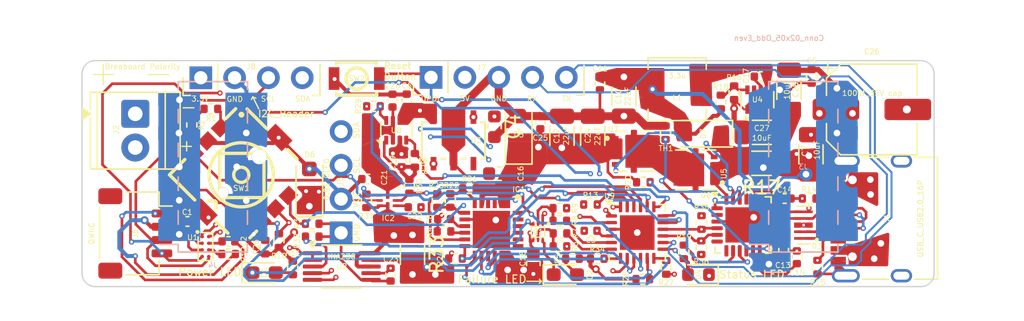
<source format=kicad_pcb>
(kicad_pcb (version 20241229) (generator "pcbnew") (generator_version "9.0")
  (layers (0 "F.Cu" signal) (4 "In1.Cu" signal) (6 "In2.Cu" signal) (2 "B.Cu" signal) (13 "F.Paste" user) (15 "B.Paste" user) (5 "F.SilkS" user "F.Silkscreen") (7 "B.SilkS" user "B.Silkscreen") (1 "F.Mask" user) (3 "B.Mask" user) (25 "Edge.Cuts" user))
  (net 0 "")
  (net 1 "Net-(U4-SS)")
  (net 2 "GND")
  (net 3 "Net-(U4-SW)")
  (net 4 "Net-(U4-BST)")
  (net 5 "/Power/VBUS")
  (net 6 "+5V")
  (net 7 "/Power/VBUS_Finale")
  (net 8 "/Power/IFB")
  (net 9 "/Power/V5V")
  (net 10 "/Power/V18")
  (net 11 "/Logic/Rail_2_IN")
  (net 12 "+3.3V")
  (net 13 "Net-(IC1-DVDT)")
  (net 14 "/Logic/Rail_2")
  (net 15 "/Power_selection/Logic_Voltage")
  (net 16 "Net-(D2-A)")
  (net 17 "Net-(IC2-CT)")
  (net 18 "Net-(D1-A)")
  (net 19 "Net-(D1-K)")
  (net 20 "Net-(D2-K)")
  (net 21 "Net-(D4-A)")
  (net 23 "Net-(IC1-OVP)")
  (net 25 "/Logic/SDA_3.3v")
  (net 29 "/Logic/SCL_3.3v")
  (net 31 "Net-(IC1-UVLO)")
  (net 32 "Net-(Q1-G1)")
  (net 34 "Net-(IC1-MODE)")
  (net 36 "/Logic/INA_ALERT")
  (net 38 "Net-(IC1-ILIM)")
  (net 39 "Net-(Q1-G2)")
  (net 40 "/Logic/SW_UP")
  (net 42 "/Logic/SW_LEFT")
  (net 43 "/Power/USB_P")
  (net 44 "/Power/CC2")
  (net 45 "/Power/USB_N")
  (net 46 "/Power/CC1")
  (net 48 "/Power/Measured_VBUS")
  (net 49 "/Logic/SW_RIGHT")
  (net 50 "/Logic/SW_DOWN")
  (net 51 "/Power/PD_LED")
  (net 52 "/Logic/SW_PRESS")
  (net 53 "Net-(U1-OE)")
  (net 54 "/Logic/UPDI")
  (net 55 "/Logic/PowerLED_EN")
  (net 56 "/Logic/Failer_EN")
  (net 57 "/Power/NTC")
  (net 58 "Net-(U4-FB)")
  (net 59 "Net-(U6-VOUT)")
  (net 62 "/Logic/PGOOD_Logic")
  (net 64 "/Logic/RX")
  (net 65 "/Logic/VBUS_SW")
  (net 66 "/Logic/LOGIC_Report")
  (net 67 "/Logic/Load_Monitor_VBUS")
  (net 68 "/Logic/PD_Int")
  (net 69 "/Logic/SCL")
  (net 70 "/Logic/LOGIC_SW")
  (net 71 "/Logic/VBUS_Fault")
  (net 72 "/Logic/SDA")
  (net 73 "/Logic/LOGIC_Selection")
  (net 75 "Net-(U6-PWR_EN)")
  (net 77 "Net-(U5-Pad5_8)")
  (net 78 "/Logic/PGOOD")
  (net 79 "/Logic/TX")
  (footprint "Capacitor_SMD:C_0402_1005Metric" (layer "F.Cu") (at 133.425 84.65 90)
    (property "Reference" "C25")
    (property "Value" "100nF")
  )
  (footprint "TPS22992S:TPS22992SRXNR" (layer "F.Cu") (at 121.96 90.52 -90)
    (property "Reference" "IC2")
    (property "Value" "TPS22992SRXNR" (hide yes))
  )
  (footprint "Capacitor_SMD:C_1206_3216Metric" (layer "F.Cu") (at 152.1 82.2 90)
    (property "Reference" "C28")
    (property "Value" "10uF")
  )
  (footprint "Capacitor_SMD:C_0402_1005Metric" (layer "F.Cu") (at 137.9 81.72 -90)
    (property "Reference" "C11")
    (property "Value" "100nF")
  )
  (footprint "Resistor_SMD:R_0402_1005Metric" (layer "F.Cu") (at 113.79 93.54 90)
    (property "Reference" "R10")
    (property "Value" "10k")
  )
  (footprint "Capacitor_SMD:C_0402_1005Metric" (layer "F.Cu") (at 152.69 94.795 90)
    (property "Reference" "C15")
    (property "Value" "100nF")
  )
  (footprint "Resistor_SMD:R_0402_1005Metric" (layer "F.Cu") (at 108.68 83.63)
    (property "Reference" "R1")
    (property "Value" "10k")
  )
  (footprint "Capacitor_SMD:C_0402_1005Metric" (layer "F.Cu") (at 137.2 92.8 180)
    (property "Reference" "C3")
    (property "Value" "100nF")
  )
  (footprint "Capacitor_SMD:C_0603_1608Metric" (layer "F.Cu") (at 129.975 84.975 -90)
    (property "Reference" "C4")
    (property "Value" "10uF")
  )
  (footprint "Resistor_SMD:R_0402_1005Metric" (layer "F.Cu") (at 124 87.5 90)
    (property "Reference" "R28")
    (property "Value" "10k")
  )
  (footprint "Resistor_SMD:R_0402_1005Metric" (layer "F.Cu") (at 120.89 83.44 180)
    (property "Reference" "R29")
    (property "Value" "10k")
  )
  (footprint "Package_SO:VSSOP-10_3x3mm_P0.5mm" (layer "F.Cu") (at 118.51 95.49)
    (property "Reference" "U2")
    (property "Value" "INA238")
  )
  (footprint "Capacitor_SMD:CP_Elec_6.3x7.7" (layer "F.Cu") (at 158.325 83.675)
    (property "Reference" "C26")
    (property "Value" "100uf_35V cap")
  )
  (footprint "TPS16630:QFN50P400X400X100-25N" (layer "F.Cu") (at 129.75 92.7 -90)
    (property "Reference" "IC1")
    (property "Value" "TPS16630RGER")
  )
  (footprint "DMC2990UDJ:SOTFL35P100X50-6N" (layer "F.Cu") (at 133.25 92.882 -90)
    (property "Reference" "Q1")
    (property "Value" "DMC2990UDJ-7" (hide yes))
  )
  (footprint "test:TRANS_AON7408" (layer "F.Cu") (at 140.45 86.825)
    (property "Reference" "U7")
    (property "Value" "AON7534")
  )
  (footprint "Capacitor_SMD:C_0402_1005Metric" (layer "F.Cu") (at 149.978494 81.2)
    (property "Reference" "C17")
    (property "Value" "100nF")
  )
  (footprint "Package_DFN_QFN:QFN-24-1EP_4x4mm_P0.5mm_EP2.6x2.6mm" (layer "F.Cu") (at 140.7 92.9375)
    (property "Reference" "U9")
    (property "Value" "ATtiny3217-M")
  )
  (footprint "Resistor_SMD:R_0402_1005Metric" (layer "F.Cu") (at 120.36 90.545 90)
    (property "Reference" "R31")
    (property "Value" "10k")
  )
  (footprint "Resistor_SMD:R_0402_1005Metric" (layer "F.Cu") (at 134.885 91.1)
    (property "Reference" "R9")
    (property "Value" "10k")
  )
  (footprint "Capacitor_SMD:C_0402_1005Metric" (layer "F.Cu") (at 151.7 94.2425 -90)
    (property "Reference" "C13")
    (property "Value" "100nF")
  )
  (footprint "Mini_Switch:KEY-SMD_B3U-1000PM" (layer "F.Cu") (at 119.63 81.35 180)
    (property "Reference" "SW2")
    (property "Value" "B3U-1000P")
  )
  (footprint "Capacitor_SMD:C_0402_1005Metric" (layer "F.Cu") (at 123.39 83 90)
    (property "Reference" "C6")
    (property "Value" "4.7uF")
  )
  (footprint "Resistor_SMD:R_0402_1005Metric" (layer "F.Cu") (at 134.885 92.05)
    (property "Reference" "R8")
    (property "Value" "100Ω")
  )
  (footprint "Resistor_SMD:R_0402_1005Metric" (layer "F.Cu") (at 147.978494 82.41 -90)
    (property "Reference" "R16")
    (property "Value" "10k")
  )
  (footprint "Resistor_SMD:R_0402_1005Metric" (layer "F.Cu") (at 144.2 94.39 -90)
    (property "Reference" "R19")
    (property "Value" "1k")
  )
  (footprint "Resistor_SMD:R_0402_1005Metric" (layer "F.Cu") (at 134.9 93)
    (property "Reference" "R7")
    (property "Value" "100Ω")
  )
  (footprint "Capacitor_SMD:C_0402_1005Metric" (layer "F.Cu") (at 151.775 90.375)
    (property "Reference" "C14")
    (property "Value" "1uF")
  )
  (footprint "LED_SMD:LED_0603_1608Metric" (layer "F.Cu") (at 145.3 96.1 180)
    (property "Reference" "D4")
    (property "Value" "Status LED")
  )
  (footprint "Capacitor_SMD:C_1206_3216Metric" (layer "F.Cu") (at 153.75 87.05 90)
    (property "Reference" "C7")
    (property "Value" "10uF")
  )
  (footprint "Resistor_SMD:R_1206_3216Metric" (layer "F.Cu") (at 150.0375 87.725 180)
    (property "Reference" "R17")
    (property "Value" "5m")
  )
  (footprint "Resistor_SMD:R_0402_1005Metric" (layer "F.Cu") (at 134.9 93.975)
    (property "Reference" "R6")
    (property "Value" "10k")
  )
  (footprint "Capacitor_SMD:C_1206_3216Metric" (layer "F.Cu") (at 150.06 85.4 180)
    (property "Reference" "C27")
    (property "Value" "10uF")
  )
  (footprint "Resistor_SMD:R_0402_1005Metric" (layer "F.Cu") (at 145.53 92.18 -90)
    (property "Reference" "R35")
    (property "Value" "10k")
  )
  (footprint "Resistor_SMD:R_0402_1005Metric" (layer "F.Cu") (at 123.59 89.455 90)
    (property "Reference" "R30")
    (property "Value" "10k")
  )
  (footprint "XC6:SOT-89-5_TOR" (layer "F.Cu") (at 126.9 86.0026)
    (property "Reference" "U3")
    (property "Value" "XC6220B331PR-G")
  )
  (footprint "Resistor_SMD:R_0402_1005Metric" (layer "F.Cu") (at 153.615 90.375 180)
    (property "Reference" "R14")
    (property "Value" "5.1k")
  )
  (footprint "Resistor_SMD:R_0402_1005Metric" (layer "F.Cu") (at 127.05 94.89 180)
    (property "Reference" "R24")
    (property "Value" "10k")
  )
  (footprint "Capacitor_SMD:C_0603_1608Metric" (layer "F.Cu") (at 130.35 88.5 180)
    (property "Reference" "C16")
    (property "Value" "1uF")
  )
  (footprint "Resistor_SMD:R_0402_1005Metric" (layer "F.Cu") (at 154.24 95.535 -90)
    (property "Reference" "R15")
    (property "Value" "5.1k")
  )
  (footprint "Connector_PinHeader_2.54mm:PinHeader_1x04_P2.54mm_Vertical" (layer "F.Cu") (at 107.92 81.29 90)
    (property "Reference" "J8")
    (property "Value" "I2C_Header")
  )
  (footprint "Capacitor_SMD:C_1206_3216Metric" (layer "F.Cu") (at 135.05 85.66 90)
    (property "Reference" "C12")
    (property "Value" "22uF")
  )
  (footprint "Resistor_SMD:R_0402_1005Metric" (layer "F.Cu") (at 145.51 94.07 -90)
    (property "Reference" "R36")
    (property "Value" "10k")
  )
  (footprint "Resistor_SMD:R_0402_1005Metric" (layer "F.Cu") (at 112.76 94.03 90)
    (property "Reference" "R26")
    (property "Value" "10k")
  )
  (footprint "Resistor_SMD:R_1206_3216Metric" (layer "F.Cu") (at 123.82 94.6 -90)
    (property "Reference" "R33")
    (property "Value" "5m")
  )
  (footprint "Resistor_SMD:R_0402_1005Metric" (layer "F.Cu") (at 126.66 90.52 90)
    (property "Reference" "R22")
    (property "Value" "150k")
  )
  (footprint "Resistor_SMD:R_0402_1005Metric" (layer "F.Cu") (at 137.19 90.825 180)
    (property "Reference" "R13")
    (property "Value" "10k")
  )
  (footprint "Resistor_SMD:R_0402_1005Metric" (layer "F.Cu") (at 142.825 85.415 90)
    (property "Reference" "TH1")
    (property "Value" "Thermistor_NTC_10k_0402")
  )
  (footprint "Capacitor_SMD:C_0402_1005Metric" (layer "F.Cu") (at 120.5 88.91)
    (property "Reference" "C21")
    (property "Value" "1uF")
  )
  (footprint "Resistor_SMD:R_0402_1005Metric" (layer "F.Cu") (at 116.29 93.24 180)
    (property "Reference" "R32")
    (property "Value" "10k")
  )
  (footprint "Resistor_SMD:R_0402_1005Metric" (layer "F.Cu") (at 125.69 90.52 -90)
    (property "Reference" "R23")
    (property "Value" "20k")
  )
  (footprint "test:TRANS_AON7408" (layer "F.Cu") (at 145.085 88.225 180)
    (property "Reference" "U5")
    (property "Value" "AON7534")
  )
  (footprint "Resistor_SMD:R_0402_1005Metric" (layer "F.Cu") (at 137.7 94.9)
    (property "Reference" "R34")
    (property "Value" "10k")
  )
  (footprint "TPD4E05U06DQAR:IC_TPD4E05U06DQAR" (layer "F.Cu") (at 153.1825 92.375 180)
    (property "Reference" "D3")
    (property "Value" "TPD4E05U06DQAR")
  )
  (footprint "LED_SMD:LED_0603_1608Metric_Pad1.05x0.95mm_HandSolder" (layer "F.Cu") (at 112.675 95.95)
    (property "Reference" "D1")
    (property "Value" "Power LED")
  )
  (footprint "Package_DFN_QFN:QFN-24-1EP_4x4mm_P0.5mm_EP2.65x2.65mm" (layer "F.Cu") (at 148.65 92.36)
    (property "Reference" "U6")
    (property "Value" "AP33772S")
  )
  (footprint "Resistor_SMD:R_0402_1005Metric" (layer "F.Cu") (at 141.12 96.44)
    (property "Reference" "R25")
    (property "Value" "10k")
  )
  (footprint "Capacitor_SMD:C_0603_1608Metric" (layer "F.Cu") (at 132.9 95.275 90)
    (property "Reference" "C18")
    (property "Value" "1uF")
  )
  (footprint "Capacitor_SMD:C_0402_1005Metric" (layer "F.Cu") (at 110 93.6)
    (property "Reference" "C2")
    (property "Value" "100nF")
  )
  (footprint "TPS62933PDRLR:SOFL50P160X60-8N" (layer "F.Cu") (at 149.728494 82.935 90)
    (property "Reference" "U4")
    (property "Value" "TPS62933DRLR")
  )
  (footprint "Connector_JST:JST_SH_SM04B-SRSS-TB_1x04-1MP_P1.00mm_Horizontal" (layer "F.Cu") (at 103 93 -90)
    (property "Reference" "J6")
    (property "Value" "QWIIC")
  )
  (footprint "Capacitor_SMD:C_1206_3216Metric" (layer "F.Cu") (at 137.36 85.66 90)
    (property "Reference" "C24")
    (property "Value" "22uF")
  )
  (footprint "Connector_USB:USB_C_Receptacle_XKB_U262-16XN-4BVC11" (layer "F.Cu") (at 159.47 91.86 90)
    (property "Reference" "J1")
    (property "Value" "USB_C_USB2.0_16P")
  )
  (footprint "Capacitor_SMD:C_0402_1005Metric" (layer "F.Cu") (at 123.98 91.03)
    (property "Reference" "C22")
    (property "Value" "1nF")
  )
  (footprint "Resistor_SMD:R_0402_1005Metric" (layer "F.Cu") (at 153.8 81.19 90)
    (property "Reference" "C5")
    (property "Value" "33nF")
  )
  (footprint "Capacitor_SMD:C_0402_1005Metric" (layer "F.Cu") (at 126.2 91.92)
    (property "Reference" "C8")
    (property "Value" "22nF")
  )
  (footprint "Capacitor_SMD:C_0402_1005Metric" (layer "F.Cu") (at 122.18 96.1 -90)
    (property "Reference" "C23")
    (property "Value" "100nF")
  )
  (footprint "Resistor_SMD:R_0402_1005Metric" (layer "F.Cu") (at 135.84 94.9)
    (property "Reference" "R5")
    (property "Value" "470Ω")
  )
  (footprint "Inductor_SMD:L_Changjiang_FXL0420" (layer "F.Cu") (at 143.7 82.15 180)
    (property "Reference" "L1")
    (property "Value" "3.3u")
  )
  (footprint "Resistor_SMD:R_0402_1005Metric" (layer "F.Cu") (at 116.29 92.27 180)
    (property "Reference" "R3")
    (property "Value" "10k")
  )
  (footprint "Diode_SMD:D_SOD-123F" (layer "F.Cu") (at 145.65 85.5 180)
    (property "Reference" "D7")
    (property "Value" "PMEG6020ER")
  )
  (footprint "Capacitor_SMD:C_0402_1005Metric" (layer "F.Cu") (at 106.92 92.1)
    (property "Reference" "C1")
    (property "Value" "100nF")
  )
  (footprint "Package_TO_SOT_SMD:SOT-583-8" (layer "F.Cu") (at 122.6 85.24 90)
    (property "Reference" "U8")
    (property "Value" "TPS2117DRL")
  )
  (footprint "Capacitor_SMD:C_1206_3216Metric" (layer "F.Cu") (at 139.7 82.7 -90)
    (property "Reference" "C10")
    (property "Value" "22uF")
  )
  (footprint "Resistor_SMD:R_0402_1005Metric" (layer "F.Cu") (at 107.25 84.84 -90)
    (property "Reference" "R2")
    (property "Value" "10k")
  )
  (footprint "Resistor_SMD:R_0402_1005Metric" (layer "F.Cu") (at 128.1 89.6)
    (property "Reference" "R21")
    (property "Value" "330k")
  )
  (footprint "LED_SMD:LED_0603_1608Metric_Pad1.05x0.95mm_HandSolder" (layer "F.Cu") (at 135.3 96.1)
    (property "Reference" "D2")
    (property "Value" "Failure LED")
  )
  (footprint "Resistor_SMD:R_0402_1005Metric" (layer "F.Cu") (at 141.16 89.15 180)
    (property "Reference" "R20")
    (property "Value" "27R")
  )
  (footprint "Diode_SMD:D_SOD-123F" (layer "F.Cu") (at 131.8 85.575 90)
    (property "Reference" "D5")
    (property "Value" "PMEG6020ER")
  )
  (footprint "Diode_SMD:D_SOD-123F" (layer "F.Cu") (at 116.075 89.55 90)
    (property "Reference" "D6")
    (property "Value" "PMEG6020ER")
  )
  (footprint "Capacitor_SMD:C_0402_1005Metric" (layer "F.Cu") (at 123 87.51 90)
    (property "Reference" "C19")
    (property "Value" "10uF")
  )
  (footprint "Resistor_SMD:R_0402_1005Metric" (layer "F.Cu") (at 142.88 95.56 -90)
    (property "Reference" "R27")
    (property "Value" "22k")
  )
  (footprint "TerminalBlock_TE-Connectivity:TerminalBlock_TE_282834-2_1x02_P2.54mm_Horizontal" (layer "F.Cu") (at 103 84 -90)
    (property "Reference" "J2")
    (property "Value" "Conn_01x02_Pin")
  )
  (footprint "Resistor_SMD:R_0402_1005Metric" (layer "F.Cu") (at 126.19 92.85 180)
    (property "Reference" "R4")
    (property "Value" "3.3k")
  )
  (footprint "Resistor_SMD:R_0402_1005Metric" (layer "F.Cu") (at 110.01 94.55 180)
    (property "Reference" "R12")
    (property "Value" "10k")
  )
  (footprint "Connector_PinHeader_2.54mm:PinHeader_1x05_P2.54mm_Vertical" (layer "F.Cu") (at 125.215 81.26 90)
    (property "Reference" "J7")
    (property "Value" "Conn_01x05")
  )
  (footprint "test:SSD1306-0.91-OLED-4pin-128x32" (layer "F.Cu") (at 154.96 95.145 180)
    (property "Reference" "J5")
    (property "Value" "0.91 OLED")
  )
  (footprint "Capacitor_SMD:C_0402_1005Metric" (layer "F.Cu") (at 122.32 83.01 -90)
    (property "Reference" "C20")
    (property "Value" "100nF")
  )
  (footprint "tc006:SW-SMD_GT-TC0060-H050-L1" (layer "F.Cu") (at 110.96 88.59 -45)
    (property "Reference" "SW1")
    (property "Value" "GT-TC0060-H050-L1")
  )
  (footprint "Library:TCA9406" (layer "F.Cu") (at 108.27 93.99)
    (property "Reference" "U1")
    (property "Value" "TCA9406DC")
  )
  (footprint "Resistor_SMD:R_0402_1005Metric" (layer "F.Cu") (at 146.978494 83.11 90)
    (property "Reference" "R18")
    (property "Value" "52.3k")
  )
  (footprint "Resistor_SMD:R_0402_1005Metric" (layer "F.Cu") (at 114.83 95.6025 90)
    (property "Reference" "R11")
    (property "Value" "470Ω")
  )
  (footprint "Connector_PinHeader_2.54mm:PinHeader_2x05_P2.54mm_Vertical_SMD" (layer "B.Cu") (at 108.825 87.99)
    (property "Reference" "J4")
    (property "Value" "Conn_02x05_Odd_Even")
  )
  (footprint "Connector_PinHeader_2.54mm:PinHeader_2x05_P2.54mm_Vertical_SMD" (layer "B.Cu") (at 153.175 87.99)
    (property "Reference" "J3")
    (property "Value" "Conn_02x05_Odd_Even")
  )
  (gr_line (start 107.4 83.55) (end 106.6 83.55) (stroke (width 0.1)) (layer "F.SilkS"))
  (gr_line (start 100.6 81.8) (end 100.6 80.3) (stroke (width 0.1)) (layer "F.SilkS"))
  (gr_line (start 99.85 81.05) (end 101.35 81.05) (stroke (width 0.1)) (layer "F.SilkS"))
  (gr_line (start 106.86 86.1) (end 106.86 86.8) (stroke (width 0.1)) (layer "F.SilkS"))
  (gr_line (start 104 81.05) (end 105.5 81.05) (stroke (width 0.1)) (layer "F.SilkS"))
  (gr_line (start 133.5 96.6) (end 133.35 96.45) (stroke (width 0.1)) (layer "F.SilkS"))
  (gr_line (start 107.21 86.45) (end 106.51 86.45) (stroke (width 0.1)) (layer "F.SilkS"))
  (gr_line (start 133.5 96.6) (end 133.35 96.75) (stroke (width 0.1)) (layer "F.SilkS"))
  (gr_line (start 111.825 82.725) (end 112.05 82.825) (stroke (width 0.1)) (layer "F.SilkS"))
  (gr_line (start 132.4 96.6) (end 133.5 96.6) (stroke (width 0.1)) (layer "F.SilkS"))
  (gr_line (start 111.825 82.725) (end 111.725 82.925) (stroke (width 0.1)) (layer "F.SilkS"))
  (gr_line (start 112.275 83.625) (end 111.825 82.725) (stroke (width 0.1)) (layer "F.SilkS"))
  (gr_line (start 162.0001 97) (end 100 97) (stroke (width 0.1)) (layer "Edge.Cuts"))
  (gr_line (start 99.000002 96) (end 98.999999 81) (stroke (width 0.1)) (layer "Edge.Cuts"))
  (gr_arc (start 100 97) (mid 99.29288 96.707109) (end 98.999962 96) (stroke (width 0.1)) (layer "Edge.Cuts"))
  (gr_line (start 163 81) (end 163 96) (stroke (width 0.1)) (layer "Edge.Cuts"))
  (gr_arc (start 99 81) (mid 99.292864 80.292864) (end 100 80) (stroke (width 0.1)) (layer "Edge.Cuts"))
  (gr_line (start 100 80) (end 162 80) (stroke (width 0.1)) (layer "Edge.Cuts"))
  (gr_arc (start 163 96) (mid 162.707136 96.707136) (end 162 97) (stroke (width 0.1)) (layer "Edge.Cuts"))
  (gr_arc (start 162 80) (mid 162.707107 80.292893) (end 163 81) (stroke (width 0.1)) (layer "Edge.Cuts"))
  (gr_text "Reset\nButton" (at 121.63 80.79 0) (layer "F.SilkS") (effects (font (size 0.5 0.5) (thickness 0.08)) (justify left)))
  (gr_text "3.3V" (at 107.87 82.875 0) (layer "F.SilkS") (effects (font (size 0.4 0.4) (thickness 0.06))))
  (gr_text "RX" (at 132.82 82.88 0) (layer "F.SilkS") (effects (font (size 0.4 0.4) (thickness 0.06))))
  (gr_text "GND" (at 130.3 82.86 0) (layer "F.SilkS") (effects (font (size 0.4 0.4) (thickness 0.06))))
  (gr_text "GND" (at 110.475 82.9 0) (layer "F.SilkS") (effects (font (size 0.4 0.4) (thickness 0.06))))
  (gr_text "10uF" (at 154.2 86.725 90) (layer "F.SilkS") (effects (font (size 0.4 0.4) (thickness 0.06))))
  (gr_text "5V" (at 127.75 82.85 0) (layer "F.SilkS") (effects (font (size 0.4 0.4) (thickness 0.06))))
  (gr_text "TX" (at 135.39 82.86 0) (layer "F.SilkS") (effects (font (size 0.4 0.4) (thickness 0.06))))
  (gr_text "SDA" (at 115.575 82.875 0) (layer "F.SilkS") (effects (font (size 0.4 0.4) (thickness 0.06))))
  (gr_text "UPDI" (at 125.15 82.875 0) (layer "F.SilkS") (effects (font (size 0.4 0.4) (thickness 0.06))))
  (gr_text "Breaboard Polarity" (at 103.55 80.45 0) (layer "F.SilkS") (effects (font (size 0.4 0.4) (thickness 0.06))))
  (gr_text "SCL" (at 113 82.875 0) (layer "F.SilkS") (effects (font (size 0.4 0.4) (thickness 0.06))))
  (segment (start 152.714588 81.7) (end 153.8 81.7) (width 0.15) (layer "F.Cu") (net 1))
  (segment (start 149.478494 82.58) (end 149.708494 82.81) (width 0.15) (layer "F.Cu") (net 1))
  (segment (start 149.708494 82.81) (end 151.604588 82.81) (width 0.15) (layer "F.Cu") (net 1))
  (segment (start 149.478494 82.2) (end 149.478494 82.58) (width 0.15) (layer "F.Cu") (net 1))
  (segment (start 151.604588 82.81) (end 152.714588 81.7) (width 0.15) (layer "F.Cu") (net 1))
  (segment (start 107.45 92.1) (end 108.152786 91.397214) (width 0.2) (layer "F.Cu") (net 2))
  (segment (start 119.131 82.551) (end 123.359 82.551) (width 0.3) (layer "F.Cu") (net 2))
  (segment (start 108.41495 86.060051) (end 108.554899 86.2) (width 0.3) (layer "F.Cu") (net 2))
  (segment (start 126.54 94.89) (end 126.76 94.67) (width 0.2) (layer "F.Cu") (net 2))
  (segment (start 129.405 88.67) (end 129.575 88.5) (width 0.2) (layer "F.Cu") (net 2))
  (segment (start 105.102786 91.397214) (end 105 91.5) (width 0.2) (layer "F.Cu") (net 2))
  (segment (start 131.57 84.17) (end 131.55 84.15) (width 0.6) (layer "F.Cu") (net 2))
  (segment (start 125.737673 91.92) (end 126.009718 91.647955) (width 0.2) (layer "F.Cu") (net 2))
  (segment (start 127.8148 88.67) (end 129.405 88.67) (width 0.2) (layer "F.Cu") (net 2))
  (segment (start 142.88 96.07) (end 143.49 96.07) (width 0.2) (layer "F.Cu") (net 2))
  (segment (start 126.9 84.025603) (end 129.665603 81.26) (width 0.6) (layer "F.Cu") (net 2))
  (segment (start 141.33 84.905) (end 142.825 84.905) (width 0.6) (layer "F.Cu") (net 2))
  (segment (start 130.04 91.95) (end 130.08 91.99) (width 0.2) (layer "F.Cu") (net 2))
  (segment (start 141.2625 84.8375) (end 140.6 84.175) (width 0.6) (layer "F.Cu") (net 2))
  (segment (start 155.81 88.11) (end 155.81 88.515) (width 0.6) (layer "F.Cu") (net 2))
  (segment (start 123 88.355) (end 123.59 88.945) (width 0.3) (layer "F.Cu") (net 2))
  (segment (start 138.7625 92.6875) (end 140.45 92.6875) (width 0.2) (layer "F.Cu") (net 2))
  (segment (start 132.66 93.624) (end 132.7 93.664) (width 0.2) (layer "F.Cu") (net 2))
  (segment (start 133.6 91.647289) (end 133.747262 91.500027) (width 0.2) (layer "F.Cu") (net 2))
  (segment (start 137.9 82.2) (end 137.9 83.645) (width 0.2) (layer "F.Cu") (net 2))
  (segment (start 127.8148 88.67) (end 126.9 87.7552) (width 0.2) (layer "F.Cu") (net 2))
  (segment (start 148.978494 83.67) (end 148.978494 83.34) (width 0.15) (layer "F.Cu") (net 2))
  (segment (start 132.7 93.9) (end 132.9 94.1) (width 0.2) (layer "F.Cu") (net 2))
  (segment (start 155.8 94.91) (end 155.8 95.21) (width 0.2) (layer "F.Cu") (net 2))
  (segment (start 103.7339 96.501) (end 102 94.7671) (width 0.2) (layer "F.Cu") (net 2))
  (segment (start 148.978494 83.34) (end 149.254494 83.064) (width 0.15) (layer "F.Cu") (net 2))
  (segment (start 147.978494 84.778494) (end 147.978494 83.6) (width 0.4) (layer "F.Cu") (net 2))
  (segment (start 121.7 87.189943) (end 122.500057 87.99) (width 0.2) (layer "F.Cu") (net 2))
  (segment (start 132.9 93.464) (end 132.7 93.664) (width 0.2) (layer "F.Cu") (net 2))
  (segment (start 132.66 92.97) (end 132.66 93.624) (width 0.2) (layer "F.Cu") (net 2))
  (segment (start 121.7 86.13) (end 121.7 87.189943) (width 0.2) (layer "F.Cu") (net 2))
  (segment (start 108.554899 86.2) (end 113.366169 86.2) (width 0.3) (layer "F.Cu") (net 2))
  (segment (start 123 87.99) (end 123 88.355) (width 0.3) (layer "F.Cu") (net 2))
  (segment (start 114.848909 94.078909) (end 115.068909 94.078909) (width 0.2) (layer "F.Cu") (net 2))
  (segment (start 130.295 81.26) (end 130.295 82.895) (width 0.6) (layer "F.Cu") (net 2))
  (segment (start 153.75 85.575) (end 153.75 85.3325) (width 0.2) (layer "F.Cu") (net 2))
  (segment (start 125.72 92.81) (end 125.68 92.85) (width 0.2) (layer "F.Cu") (net 2))
  (segment (start 153.755 80.725) (end 153.8 80.68) (width 0.4) (layer "F.Cu") (net 2))
  (segment (start 155.8 88.81) (end 155.8 88.51) (width 0.2) (layer "F.Cu") (net 2))
  (segment (start 111.091 94.91934) (end 109.50934 96.501) (width 0.2) (layer "F.Cu") (net 2))
  (segment (start 152.255 90.375) (end 153.105 90.375) (width 0.2) (layer "F.Cu") (net 2))
  (segment (start 140.6 84.175) (end 139.7 84.175) (width 0.6) (layer "F.Cu") (net 2))
  (segment (start 146.7 92.11) (end 148.4 92.11) (width 0.2) (layer "F.Cu") (net 2))
  (segment (start 153.8 80.68) (end 154.3 80.68) (width 0.4) (layer "F.Cu") (net 2))
  (segment (start 149.254494 83.064) (end 150.230496 83.064) (width 0.15) (layer "F.Cu") (net 2))
  (segment (start 107.4 93.4) (end 107.4 92.1) (width 0.2) (layer "F.Cu") (net 2))
  (segment (start 116.31 94.49) (end 116.31 94.99) (width 0.2) (layer "F.Cu") (net 2))
  (segment (start 124 88.01) (end 124 88.535) (width 0.3) (layer "F.Cu") (net 2))
  (segment (start 130.295 82.895) (end 131.575 84.175) (width 0.6) (layer "F.Cu") (net 2))
  (segment (start 150.230496 83.064) (end 150.478494 83.311998) (width 0.15) (layer "F.Cu") (net 2))
  (segment (start 152.1075 94.315) (end 151.7 94.7225) (width 0.2) (layer "F.Cu") (net 2))
  (segment (start 152.69 94.315) (end 152.1075 94.315) (width 0.2) (layer "F.Cu") (net 2))
  (segment (start 123 87.99) (end 123.98 87.99) (width 0.3) (layer "F.Cu") (net 2))
  (segment (start 131.55 84.175) (end 129.975 85.75) (width 0.6) (layer "F.Cu") (net 2))
  (segment (start 137.9 83.645) (end 137.36 84.185) (width 0.2) (layer "F.Cu") (net 2))
  (segment (start 110.48 93.6) (end 110.51034 93.6) (width 0.2) (layer "F.Cu") (net 2))
  (segment (start 155.81 95.62) (end 156.375 96.185) (width 0.6) (layer "F.Cu") (net 2))
  (segment (start 123.98 87.99) (end 124 88.01) (width 0.3) (layer "F.Cu") (net 2))
  (segment (start 102 94.7671) (end 102 91.7) (width 0.2) (layer "F.Cu") (net 2))
  (segment (start 108.152786 91.397214) (end 108.152786 91.452786) (width 0.2) (layer "F.Cu") (net 2))
  (segment (start 132.9 94.1) (end 132.9 94.5) (width 0.2) (layer "F.Cu") (net 2))
  (segment (start 135.05 84.185) (end 133.44 84.185) (width 0.6) (layer "F.Cu") (net 2))
  (segment (start 156.375 87.545) (end 155.81 88.11) (width 0.6) (layer "F.Cu") (net 2))
  (segment (start 125.72 91.92) (end 125.72 92.81) (width 0.2) (layer "F.Cu") (net 2))
  (segment (start 111.091 94.18066) (end 111.091 94.91934) (width 0.2) (layer "F.Cu") (net 2))
  (segment (start 131.805 84.17) (end 131.8 84.175) (width 0.6) (layer "F.Cu") (net 2))
  (segment (start 133.44 84.185) (end 133.425 84.17) (width 0.6) (layer "F.Cu") (net 2))
  (segment (start 148.978494 83.67) (end 148.728494 83.67) (width 0.15) (layer "F.Cu") (net 2))
  (segment (start 115.068909 94.078909) (end 115.48 94.49) (width 0.2) (layer "F.Cu") (net 2))
  (segment (start 114.847818 94.08) (end 114.848909 94.078909) (width 0.2) (layer "F.Cu") (net 2))
  (segment (start 150.478494 83.311998) (end 150.478494 83.67) (width 0.15) (layer "F.Cu") (net 2))
  (segment (start 135.05 84.185) (end 139.69 84.185) (width 0.6) (layer "F.Cu") (net 2))
  (segment (start 117.93 81.35) (end 117.97 81.39) (width 0.3) (layer "F.Cu") (net 2))
  (segment (start 122.500057 87.99) (end 123 87.99) (width 0.2) (layer "F.Cu") (net 2))
  (segment (start 118.929 90.509) (end 118.46 90.04) (width 0.15) (layer "F.Cu") (net 2))
  (segment (start 156.23 96.045) (end 156.365 96.18) (width 0.2) (layer "F.Cu") (net 2))
  (segment (start 133.6 92.3) (end 133.6 91.647289) (width 0.2) (layer "F.Cu") (net 2))
  (segment (start 129.665603 81.26) (end 130.295 81.26) (width 0.6) (layer "F.Cu") (net 2))
  (segment (start 121.81 95.99) (end 122.18 95.62) (width 0.2) (layer "F.Cu") (net 2))
  (segment (start 152.1 80.725) (end 153.755 80.725) (width 0.4) (layer "F.Cu") (net 2))
  (segment (start 148.585 85.4) (end 148.585 85.385) (width 0.4) (layer "F.Cu") (net 2))
  (segment (start 126.76 94.67) (end 126.76 94.48) (width 0.2) (layer "F.Cu") (net 2))
  (segment (start 115.48 94.49) (end 116.31 94.49) (width 0.2) (layer "F.Cu") (net 2))
  (segment (start 121.85 85.98) (end 121.7 86.13) (width 0.2) (layer "F.Cu") (net 2))
  (segment (start 114.597818 94.08) (end 114.847818 94.08) (width 0.2) (layer "F.Cu") (net 2))
  (segment (start 107.74 93.74) (end 107.4 93.4) (width 0.2) (layer "F.Cu") (net 2))
  (segment (start 108.02 93.74) (end 107.74 93.74) (width 0.2) (layer "F.Cu") (net 2))
  (segment (start 109.50934 96.501) (end 103.7339 96.501) (width 0.2) (layer "F.Cu") (net 2))
  (segment (start 154.3 80.68) (end 155.7 82.08) (width 0.4) (layer "F.Cu") (net 2))
  (segment (start 141.337 84.912) (end 141.2625 84.8375) (width 0.6) (layer "F.Cu") (net 2))
  (segment (start 118.89 90.04) (end 118.46 90.04) (width 0.3) (layer "F.Cu") (net 2))
  (segment (start 124 88.535) (end 123.59 88.945) (width 0.3) (layer "F.Cu") (net 2))
  (segment (start 108.152786 91.397214) (end 105.102786 91.397214) (width 0.2) (layer "F.Cu") (net 2))
  (segment (start 148.728494 83.67) (end 147.978494 82.92) (width 0.15) (layer "F.Cu") (net 2))
  (segment (start 113.366169 86.2) (end 113.767748 85.798421) (width 0.3) (layer "F.Cu") (net 2))
  (segment (start 121.36 90.52) (end 121.349 90.509) (width 0.15) (layer "F.Cu") (net 2))
  (segment (start 154.24 96.045) (end 156.23 96.045) (width 0.2) (layer "F.Cu") (net 2))
  (segment (start 117.97 81.39) (end 119.131 82.551) (width 0.3) (layer "F.Cu") (net 2))
  (segment (start 127.75 91.95) (end 130.04 91.95) (width 0.2) (layer "F.Cu") (net 2))
  (segment (start 155.81 95.215) (end 155.81 95.62) (width 0.6) (layer "F.Cu") (net 2))
  (segment (start 148.585 85.385) (end 147.978494 84.778494) (width 0.4) (layer "F.Cu") (net 2))
  (segment (start 126.9 87.7552) (end 126.9 84.025603) (width 0.6) (layer "F.Cu") (net 2))
  (segment (start 121.349 90.509) (end 118.929 90.509) (width 0.15) (layer "F.Cu") (net 2))
  (segment (start 147.978494 83.6) (end 147.978494 82.92) (width 0.4) (layer "F.Cu") (net 2))
  (segment (start 113.767748 85.798421) (end 116.075 88.105673) (width 0.3) (layer "F.Cu") (net 2))
  (segment (start 131.575 84.175) (end 131.8 84.175) (width 0.6) (layer "F.Cu") (net 2))
  (segment (start 120.02 88.91) (end 118.89 90.04) (width 0.3) (layer "F.Cu") (net 2))
  (segment (start 153.2 92.375) (end 153.6 92.375) (width 0.2) (layer "F.Cu") (net 2))
  (segment (start 125.72 91.92) (end 125.737673 91.92) (width 0.2) (layer "F.Cu") (net 2))
  (segment (start 139.69 84.185) (end 139.7 84.175) (width 0.6) (layer "F.Cu") (net 2))
  (segment (start 131.8 84.175) (end 131.55 84.175) (width 0.6) (layer "F.Cu") (net 2))
  (segment (start 141.2625 84.8375) (end 141.33 84.905) (width 0.6) (layer "F.Cu") (net 2))
  (segment (start 116.075 88.105673) (end 116.075 88.15) (width 0.3) (layer "F.Cu") (net 2))
  (segment (start 108.152786 91.452786) (end 108.5 91.8) (width 0.2) (layer "F.Cu") (net 2))
  (segment (start 120.71 95.99) (end 121.81 95.99) (width 0.2) (layer "F.Cu") (net 2))
  (segment (start 123.359 82.551) (end 123.39 82.52) (width 0.3) (layer "F.Cu") (net 2))
  (segment (start 140.45 92.6875) (end 140.7 92.9375) (width 0.2) (layer "F.Cu") (net 2))
  (segment (start 110.51034 93.6) (end 111.091 94.18066) (width 0.2) (layer "F.Cu") (net 2))
  (segment (start 152.765 92.375) (end 153.2 92.375) (width 0.2) (layer "F.Cu") (net 2))
  (segment (start 132.7 93.664) (end 132.7 93.9) (width 0.2) (layer "F.Cu") (net 2))
  (segment (start 133.425 84.17) (end 131.805 84.17) (width 0.6) (layer "F.Cu") (net 2))
  (segment (start 148.4 92.11) (end 148.65 92.36) (width 0.2) (layer "F.Cu") (net 2))
  (via (at 160.95 83.675) (size 1.2) (drill 0.6) (layers "F.Cu" "B.Cu") (remove_unused_layers yes) (zone_layer_connections "In2.Cu") (net 2))
  (via (at 133.747262 91.500027) (size 0.4) (drill 0.2) (layers "F.Cu" "B.Cu") (remove_unused_layers yes) (zone_layer_connections "In2.Cu") (net 2))
  (via (at 153.75 85.575) (size 0.6) (drill 0.3) (layers "F.Cu" "B.Cu") (remove_unused_layers yes) (zone_layer_connections "In2.Cu") (net 2))
  (via (at 153.2 92.375) (size 0.4) (drill 0.2) (layers "F.Cu" "B.Cu") (remove_unused_layers yes) (zone_layer_connections "In2.Cu") (net 2))
  (via (at 102 91.7) (size 0.4) (drill 0.2) (layers "F.Cu" "B.Cu") (remove_unused_layers yes) (zone_layer_connections "In2.Cu") (net 2))
  (via (at 146.1 96.19) (size 0.6) (drill 0.3) (layers "F.Cu" "B.Cu") (remove_unused_layers yes) (zone_layer_connections "In2.Cu") (net 2))
  (via (at 147.978494 83.6) (size 0.6) (drill 0.3) (layers "F.Cu" "B.Cu") (remove_unused_layers yes) (zone_layer_connections "In2.Cu") (net 2))
  (via (at 104.5 91.5) (size 0.4) (drill 0.2) (layers "F.Cu" "B.Cu") (remove_unused_layers yes) (zone_layer_connections "In2.Cu") (net 2))
  (via (at 135.41 93.97) (size 0.4) (drill 0.2) (layers "F.Cu" "B.Cu") (remove_unused_layers yes) (zone_layer_connections "In2.Cu") (net 2))
  (via (at 122.18 95.62) (size 0.4) (drill 0.2) (layers "F.Cu" "B.Cu") (remove_unused_layers yes) (zone_layer_connections "In2.Cu") (net 2))
  (via (at 155.7 82.08) (size 1) (drill 0.5) (layers "F.Cu" "B.Cu") (remove_unused_layers yes) (zone_layer_connections "In2.Cu" "B.Cu") (net 2))
  (via (at 111.88 93.07) (size 0.6) (drill 0.3) (layers "F.Cu" "B.Cu") (remove_unused_layers yes) (zone_layer_connections "In2.Cu" "B.Cu") (net 2))
  (via (at 136.72 92.8) (size 0.4) (drill 0.2) (layers "F.Cu" "B.Cu") (remove_unused_layers yes) (zone_layer_connections "In2.Cu") (net 2))
  (via (at 149.45 91.79) (size 1) (drill 0.5) (layers "F.Cu" "B.Cu") (remove_unused_layers yes) (zone_layer_connections "In2.Cu") (net 2))
  (via (at 114.597818 94.08) (size 0.4) (drill 0.2) (layers "F.Cu" "B.Cu") (remove_unused_layers yes) (zone_layer_connections "In2.Cu") (net 2))
  (via (at 130.08 91.99) (size 1) (drill 0.5) (layers "F.Cu" "B.Cu") (remove_unused_layers yes) (zone_layer_connections "In2.Cu") (net 2))
  (via (at 108.5 91.8) (size 0.6) (drill 0.3) (layers "F.Cu" "B.Cu") (remove_unused_layers yes) (zone_layer_connections "In2.Cu") (net 2))
  (via (at 139.7 84.175) (size 1) (drill 0.5) (layers "F.Cu" "B.Cu") (remove_unused_layers yes) (zone_layer_connections "In2.Cu") (net 2))
  (via (at 116.075 88.15) (size 0.6) (drill 0.3) (layers "F.Cu" "B.Cu") (remove_unused_layers yes) (zone_layer_connections "In2.Cu") (net 2))
  (via (at 110.62 87.99) (size 1) (drill 0.5) (layers "F.Cu" "B.Cu") (remove_unused_layers yes) (zone_layer_connections "In2.Cu" "B.Cu") (net 2))
  (via (at 155.7 85.45) (size 1) (drill 0.5) (layers "F.Cu" "B.Cu") (remove_unused_layers yes) (zone_layer_connections "In2.Cu" "B.Cu") (net 2))
  (via (at 123 87.99) (size 0.4) (drill 0.2) (layers "F.Cu" "B.Cu") (remove_unused_layers yes) (zone_layer_connections "In2.Cu") (net 2))
  (via (at 140.7 92.9375) (size 1) (drill 0.5) (layers "F.Cu" "B.Cu") (remove_unused_layers yes) (zone_layer_connections "In2.Cu") (net 2))
  (via (at 132.66 92.97) (size 0.4) (drill 0.2) (layers "F.Cu" "B.Cu") (remove_unused_layers yes) (zone_layer_connections "In2.Cu") (net 2))
  (via (at 126.76 94.48) (size 0.4) (drill 0.2) (layers "F.Cu" "B.Cu") (remove_unused_layers yes) (zone_layer_connections "In2.Cu") (net 2))
  (via (at 124.46 91.03) (size 0.4) (drill 0.2) (layers "F.Cu" "B.Cu") (remove_unused_layers yes) (zone_layer_connections "In2.Cu") (net 2))
  (via (at 153.1 90.375) (size 0.4) (drill 0.2) (layers "F.Cu" "B.Cu") (remove_unused_layers yes) (zone_layer_connections "In2.Cu") (net 2))
  (via (at 111.34 85.44) (size 1) (drill 0.5) (layers "F.Cu" "B.Cu") (remove_unused_layers yes) (zone_layer_connections "In2.Cu" "B.Cu") (net 2))
  (via (at 117.97 81.39) (size 0.6) (drill 0.3) (layers "F.Cu" "B.Cu") (remove_unused_layers yes) (zone_layer_connections "In2.Cu") (net 2))
  (via (at 135.395314 91.100314) (size 0.4) (drill 0.2) (layers "F.Cu" "B.Cu") (remove_unused_layers yes) (zone_layer_connections "In2.Cu") (net 2))
  (via (at 152.69 94.315) (size 0.4) (drill 0.2) (layers "F.Cu" "B.Cu") (remove_unused_layers yes) (zone_layer_connections "In2.Cu") (net 2))
  (via (at 126.009718 91.647955) (size 0.4) (drill 0.2) (layers "F.Cu" "B.Cu") (remove_unused_layers yes) (zone_layer_connections "In2.Cu") (net 2))
  (via (at 111.34 90.53) (size 1) (drill 0.5) (layers "F.Cu" "B.Cu") (remove_unused_layers yes) (zone_layer_connections "In2.Cu" "B.Cu") (net 2))
  (via (at 113.767748 85.798421) (size 0.6) (drill 0.3) (layers "F.Cu" "B.Cu") (remove_unused_layers yes) (zone_layer_connections "In2.Cu") (net 2))
  (via (at 143.49 96.07) (size 0.4) (drill 0.2) (layers "F.Cu" "B.Cu") (remove_unused_layers yes) (zone_layer_connections "In2.Cu") (net 2))
  (segment (start 111.35 82.18) (end 110.46 81.29) (width 0.3) (layer "B.Cu") (net 2))
  (segment (start 118.46 90.04) (end 116.57 88.15) (width 0.3) (layer "B.Cu") (net 2))
  (segment (start 116.57 88.15) (end 116.075 88.15) (width 0.3) (layer "B.Cu") (net 2))
  (segment (start 111.35 82.91) (end 111.35 82.18) (width 0.3) (layer "B.Cu") (net 2))
  (segment (start 104.409 91.409) (end 102.291 91.409) (width 0.2) (layer "B.Cu") (net 2))
  (segment (start 102.291 91.409) (end 102 91.7) (width 0.2) (layer "B.Cu") (net 2))
  (segment (start 104.5 91.5) (end 104.409 91.409) (width 0.2) (layer "B.Cu") (net 2))
  (segment (start 149.498494 81.42) (end 149.498494 81.2) (width 0.2) (layer "F.Cu") (net 4))
  (segment (start 149.978494 82.2) (end 149.978494 81.9) (width 0.2) (layer "F.Cu") (net 4))
  (segment (start 149.978494 81.9) (end 149.498494 81.42) (width 0.2) (layer "F.Cu") (net 4))
  (segment (start 146.55 90.5) (end 146.55 90.96) (width 0.2) (layer "F.Cu") (net 5))
  (segment (start 146.55 90.96) (end 146.7 91.11) (width 0.2) (layer "F.Cu") (net 5))
  (via (at 153.596017 87.156548) (size 1) (drill 0.5) (layers "F.Cu" "B.Cu") (remove_unused_layers yes) (zone_layer_connections "F.Cu" "In1.Cu") (net 5))
  (via (at 153.375 88.55) (size 1) (drill 0.5) (layers "F.Cu" "B.Cu") (remove_unused_layers yes) (zone_layer_connections "F.Cu" "In1.Cu") (net 5))
  (via (at 158.21 88.95) (size 1) (drill 0.5) (layers "F.Cu" "B.Cu") (remove_unused_layers yes) (zone_layer_connections "F.Cu" "In1.Cu") (net 5))
  (via (at 158.23 90.07) (size 1) (drill 0.5) (layers "F.Cu" "B.Cu") (remove_unused_layers yes) (zone_layer_connections "F.Cu" "In1.Cu") (net 5))
  (via (at 146.55 90.5) (size 0.4) (drill 0.2) (layers "F.Cu" "B.Cu") (remove_unused_layers yes) (net 5))
  (via (at 158.5 94.9) (size 1) (drill 0.5) (layers "F.Cu" "B.Cu") (remove_unused_layers yes) (zone_layer_connections "F.Cu" "In1.Cu") (net 5))
  (via (at 159 93.75) (size 1) (drill 0.5) (layers "F.Cu" "B.Cu") (remove_unused_layers yes) (zone_layer_connections "F.Cu" "In1.Cu") (net 5))
  (via (at 152.67 87.02) (size 0.6) (drill 0.3) (layers "F.Cu" "B.Cu") (remove_unused_layers yes) (zone_layer_connections "F.Cu" "In1.Cu") (net 5))
  (segment (start 146.725 90.675) (end 146.55 90.5) (width 0.2) (layer "B.Cu") (net 5))
  (segment (start 152.659 88.791) (end 151.66 88.791) (width 0.2) (layer "B.Cu") (net 5))
  (segment (start 152.9 88.55) (end 152.659 88.791) (width 0.2) (layer "B.Cu") (net 5))
  (segment (start 150.755001 89.695999) (end 148.954001 89.695999) (width 0.2) (layer "B.Cu") (net 5))
  (segment (start 151.66 88.791) (end 150.755001 89.695999) (width 0.2) (layer "B.Cu") (net 5))
  (segment (start 153.375 88.55) (end 152.9 88.55) (width 0.2) (layer "B.Cu") (net 5))
  (segment (start 147.975 90.675) (end 146.725 90.675) (width 0.2) (layer "B.Cu") (net 5))
  (segment (start 148.954001 89.695999) (end 147.975 90.675) (width 0.2) (layer "B.Cu") (net 5))
  (segment (start 113.85 94.05) (end 113.79 94.05) (width 0.3) (layer "F.Cu") (net 6))
  (segment (start 140.61 96.44) (end 138.34 96.44) (width 0.2) (layer "F.Cu") (net 6))
  (segment (start 112.38 94.49174) (end 110.89413 93.00587) (width 0.3) (layer "F.Cu") (net 6))
  (segment (start 118.15 92.27) (end 118.46 92.58) (width 0.2) (layer "F.Cu") (net 6))
  (segment (start 114.83 95.0925) (end 114.83 95.09) (width 0.3) (layer "F.Cu") (net 6))
  (segment (start 146.978494 83.62) (end 146.978494 83.871506) (width 0.3) (layer "F.Cu") (net 6))
  (segment (start 109.520138 90.700138) (end 109.910232 91.090232) (width 0.2) (layer "F.Cu") (net 6))
  (segment (start 137.59 95.69) (end 137.44 95.69) (width 0.3) (layer "F.Cu") (net 6))
  (segment (start 108.34185 89.736031) (end 109.305957 90.700138) (width 0.2) (layer "F.Cu") (net 6))
  (segment (start 138.34 96.44) (end 137.59 95.69) (width 0.2) (layer "F.Cu") (net 6))
  (segment (start 118.46 92.58) (end 118.46 94.998824) (width 0.2) (layer "F.Cu") (net 6))
  (segment (start 137.44 95.69) (end 137.19 95.44) (width 0.3) (layer "F.Cu") (net 6))
  (segment (start 110.131 92.989) (end 110.87726 92.989) (width 0.2) (layer "F.Cu") (net 6))
  (segment (start 138.0675 93.1875) (end 138.7625 93.1875) (width 0.2) (layer "F.Cu") (net 6))
  (segment (start 113.3 94.54) (end 113.79 94.05) (width 0.3) (layer "F.Cu") (net 6))
  (segment (start 122.18 96.58) (end 120.8 96.58) (width 0.2) (layer "F.Cu") (net 6))
  (segment (start 106.550057 84.33) (end 105.509 85.371057) (width 0.2) (layer "F.Cu") (net 6))
  (segment (start 107.25 84.33) (end 107.47 84.33) (width 0.2) (layer "F.Cu") (net 6))
  (segment (start 116.8 93.24) (end 117.8 93.24) (width 0.2) (layer "F.Cu") (net 6))
  (segment (start 110.87726 92.989) (end 110.89413 93.00587) (width 0.2) (layer "F.Cu") (net 6))
  (segment (start 146.978494 83.871506) (end 146.7 84.15) (width 0.3) (layer "F.Cu") (net 6))
  (segment (start 107.47 84.33) (end 108.17 83.63) (width 0.2) (layer "F.Cu") (net 6))
  (segment (start 117.8 93.24) (end 118.46 92.58) (width 0.2) (layer "F.Cu") (net 6))
  (segment (start 119.951176 96.49) (end 120.71 96.49) (width 0.2) (layer "F.Cu") (net 6))
  (segment (start 109.52 93.6) (end 109.4 93.6) (width 0.2) (layer "F.Cu") (net 6))
  (segment (start 114.93 92.91) (end 114.93 92.97) (width 0.3) (layer "F.Cu") (net 6))
  (segment (start 112.76 94.54) (end 113.3 94.54) (width 0.3) (layer "F.Cu") (net 6))
  (segment (start 107.25 84.33) (end 106.550057 84.33) (width 0.2) (layer "F.Cu") (net 6))
  (segment (start 114.83 95.09) (end 113.79 94.05) (width 0.3) (layer "F.Cu") (net 6))
  (segment (start 105.509 85.371057) (end 105.509 88.331786) (width 0.2) (layer "F.Cu") (net 6))
  (segment (start 109.26 93.74) (end 108.52 93.74) (width 0.2) (layer "F.Cu") (net 6))
  (segment (start 118.46 94.998824) (end 119.951176 96.49) (width 0.2) (layer "F.Cu") (net 6))
  (segment (start 114.93 92.97) (end 113.85 94.05) (width 0.3) (layer "F.Cu") (net 6))
  (segment (start 112.38 94.54) (end 112.38 94.49174) (width 0.3) (layer "F.Cu") (net 6))
  (segment (start 139.7 81.44) (end 139.7 81.225) (width 0.3) (layer "F.Cu") (net 6))
  (segment (start 146.425 84.15) (end 145.075 85.5) (width 0.3) (layer "F.Cu") (net 6))
  (segment (start 110.89413 93.00587) (end 109.910232 92.021972) (width 0.3) (layer "F.Cu") (net 6))
  (segment (start 145.075 85.5) (end 144.25 85.5) (width 0.3) (layer "F.Cu") (net 6))
  (segment (start 116.8 92.27) (end 118.15 92.27) (width 0.2) (layer "F.Cu") (net 6))
  (segment (start 109.4 93.6) (end 109.26 93.74) (width 0.2) (layer "F.Cu") (net 6))
  (segment (start 106.913245 89.736031) (end 108.34185 89.736031) (width 0.2) (layer "F.Cu") (net 6))
  (segment (start 137.19 94.9) (end 136.35 94.9) (width 0.3) (layer "F.Cu") (net 6))
  (segment (start 109.305957 90.700138) (end 109.520138 90.700138) (width 0.2) (layer "F.Cu") (net 6))
  (segment (start 120.8 96.58) (end 120.71 96.49) (width 0.2) (layer "F.Cu") (net 6))
  (segment (start 112.76 94.54) (end 112.38 94.54) (width 0.3) (layer "F.Cu") (net 6))
  (segment (start 137.19 95.44) (end 137.19 94.9) (width 0.3) (layer "F.Cu") (net 6))
  (segment (start 137.68 92.8) (end 138.0675 93.1875) (width 0.2) (layer "F.Cu") (net 6))
  (segment (start 109.910232 92.021972) (end 109.910232 91.090232) (width 0.3) (layer "F.Cu") (net 6))
  (segment (start 105.509 88.331786) (end 106.913245 89.736031) (width 0.2) (layer "F.Cu") (net 6))
  (segment (start 109.52 93.6) (end 110.131 92.989) (width 0.2) (layer "F.Cu") (net 6))
  (segment (start 146.7 84.15) (end 146.425 84.15) (width 0.3) (layer "F.Cu") (net 6))
  (via (at 148.876546 89.094999) (size 0.6) (drill 0.3) (layers "F.Cu" "B.Cu") (remove_unused_layers yes) (net 6))
  (via (at 136.68 90.825) (size 0.4) (drill 0.2) (layers "F.Cu" "B.Cu") (remove_unused_layers yes) (net 6))
  (via (at 145.53 91.67) (size 0.4) (drill 0.2) (layers "F.Cu" "B.Cu") (remove_unused_layers yes) (net 6))
  (via (at 123 87.03) (size 0.6) (drill 0.3) (layers "F.Cu" "B.Cu") (remove_unused_layers yes) (zone_layer_connections "F.Cu" "In1.Cu") (net 6))
  (via (at 139.7 81.225) (size 1) (drill 0.5) (layers "F.Cu" "B.Cu") (remove_unused_layers yes) (zone_layer_connections "F.Cu" "In1.Cu") (net 6))
  (via (at 145.51 94.58) (size 0.4) (drill 0.2) (layers "F.Cu" "B.Cu") (remove_unused_layers yes) (net 6))
  (via (at 137.59 95.69) (size 0.6) (drill 0.3) (layers "F.Cu" "B.Cu") (remove_unused_layers yes) (net 6))
  (via (at 122.35 86.99) (size 0.6) (drill 0.3) (layers "F.Cu" "B.Cu") (remove_unused_layers yes) (zone_layer_connections "F.Cu" "In1.Cu") (net 6))
  (via (at 120.38 83.44) (size 0.4) (drill 0.2) (layers "F.Cu" "B.Cu") (remove_unused_layers yes) (net 6))
  (via (at 129.975 84.2) (size 0.6) (drill 0.3) (layers "F.Cu" "B.Cu") (remove_unused_layers yes) (zone_layer_connections "In1.Cu") (net 6))
  (via (at 137.68 92.8) (size 0.4) (drill 0.2) (layers "F.Cu" "B.Cu") (remove_unused_layers yes) (net 6))
  (via (at 128.4 84.25) (size 0.6) (drill 0.3) (layers "F.Cu" "B.Cu") (remove_unused_layers yes) (zone_layer_connections "In1.Cu") (net 6))
  (via (at 141.85 82.15) (size 0.6) (drill 0.3) (layers "F.Cu" "B.Cu") (remove_unused_layers yes) (zone_layer_connections "F.Cu") (net 6))
  (via (at 114.93 92.91) (size 0.6) (drill 0.3) (layers "F.Cu" "B.Cu") (remove_unused_layers yes) (net 6))
  (via (at 125.4 87.7552) (size 0.6) (drill 0.3) (layers "F.Cu" "B.Cu") (remove_unused_layers yes) (zone_layer_connections "In1.Cu") (net 6))
  (segment (start 148.39 85.28) (end 148.39 88.410768) (width 0.3) (layer "B.Cu") (net 6))
  (segment (start 148.876546 88.897314) (end 148.876546 89.094999) (width 0.3) (layer "B.Cu") (net 6))
  (segment (start 145.61 82.5) (end 148.39 85.28) (width 0.3) (layer "B.Cu") (net 6))
  (segment (start 142.2 82.5) (end 145.61 82.5) (width 0.3) (layer "B.Cu") (net 6))
  (segment (start 148.39 88.410768) (end 148.876546 88.897314) (width 0.3) (layer "B.Cu") (net 6))
  (segment (start 141.85 82.15) (end 142.2 82.5) (width 0.3) (layer "B.Cu") (net 6))
  (segment (start 138.892479 88.776) (end 138.499 88.382521) (width 0.2) (layer "F.Cu") (net 7))
  (segment (start 133.425 85.13) (end 133.425 86.365) (width 0.3) (layer "F.Cu") (net 7))
  (segment (start 138.499 88.382521) (end 138.499 87.324) (width 0.2) (layer "F.Cu") (net 7))
  (segment (start 140.65 89.15) (end 140.276 88.776) (width 0.2) (layer "F.Cu") (net 7))
  (segment (start 133.32 86.47) (end 133.28 86.51) (width 0.15) (layer "F.Cu") (net 7))
  (segment (start 138.499 87.324) (end 138.673 87.15) (width 0.2) (layer "F.Cu") (net 7))
  (segment (start 138.673 87.15) (end 139.05 87.15) (width 0.2) (layer "F.Cu") (net 7))
  (segment (start 133.28 86.51) (end 133.4 86.39) (width 0.2) (layer "F.Cu") (net 7))
  (segment (start 140.276 88.776) (end 138.892479 88.776) (width 0.2) (layer "F.Cu") (net 7))
  (segment (start 133.425 86.365) (end 133.28 86.51) (width 0.3) (layer "F.Cu") (net 7))
  (via (at 154.38 83.97) (size 1) (drill 0.5) (layers "F.Cu" "B.Cu") (remove_unused_layers yes) (zone_layer_connections "In1.Cu") (net 7))
  (via (at 135.04 86.56) (size 1) (drill 0.5) (layers "F.Cu" "B.Cu") (remove_unused_layers yes) (zone_layer_connections "F.Cu" "In1.Cu") (net 7))
  (via (at 150.175 88.05) (size 1) (drill 0.5) (layers "F.Cu" "B.Cu") (remove_unused_layers yes) (zone_layer_connections "In1.Cu" "B.Cu") (net 7))
  (via (at 151.4 82.2) (size 1) (drill 0.5) (layers "F.Cu" "B.Cu") (remove_unused_layers yes) (zone_layer_connections "In1.Cu" "B.Cu") (net 7))
  (via (at 150.59 95.31) (size 1) (drill 0.5) (layers "F.Cu" "B.Cu") (remove_unused_layers yes) (zone_layer_connections "B.Cu") (net 7))
  (via (at 133.28 86.51) (size 1) (drill 0.5) (layers "F.Cu" "B.Cu") (remove_unused_layers yes) (zone_layer_connections "F.Cu" "In1.Cu") (net 7))
  (via (at 156.87 83.97) (size 1) (drill 0.5) (layers "F.Cu" "B.Cu") (remove_unused_layers yes) (zone_layer_connections "In1.Cu") (net 7))
  (segment (start 150.6 92.61) (end 151.3775 92.61) (width 0.2) (layer "F.Cu") (net 8))
  (segment (start 151.3775 92.61) (end 151.7 92.9325) (width 0.2) (layer "F.Cu") (net 8))
  (segment (start 151.7 92.9325) (end 151.7 93.7625) (width 0.2) (layer "F.Cu") (net 8))
  (segment (start 150.74 89.82) (end 151.295 90.375) (width 0.2) (layer "F.Cu") (net 9))
  (segment (start 149.531176 89.82) (end 150.74 89.82) (width 0.2) (layer "F.Cu") (net 9))
  (segment (start 149.4 89.951176) (end 149.531176 89.82) (width 0.2) (layer "F.Cu") (net 9))
  (segment (start 149.4 90.41) (end 149.4 89.951176) (width 0.2) (layer "F.Cu") (net 9))
  (segment (start 150.225 96.05) (end 151.915 96.05) (width 0.2) (layer "F.Cu") (net 10))
  (segment (start 149.875 95.7) (end 150.225 96.05) (width 0.2) (layer "F.Cu") (net 10))
  (segment (start 151.915 96.05) (end 152.69 95.275) (width 0.2) (layer "F.Cu") (net 10))
  (segment (start 149.9 94.31) (end 149.875 94.335) (width 0.2) (layer "F.Cu") (net 10))
  (segment (start 149.875 94.335) (end 149.875 95.7) (width 0.2) (layer "F.Cu") (net 10))
  (segment (start 120.96 94.49) (end 120.71 94.49) (width 0.3) (layer "F.Cu") (net 11))
  (segment (start 121.36 90.92) (end 121.885 90.92) (width 0.2) (layer "F.Cu") (net 11))
  (segment (start 120.71 95.49) (end 119.74 95.49) (width 0.3) (layer "F.Cu") (net 11))
  (segment (start 121.225 91.055) (end 121.36 90.92) (width 0.2) (layer "F.Cu") (net 11))
  (segment (start 120.36 91.055) (end 121.225 91.055) (width 0.2) (layer "F.Cu") (net 11))
  (segment (start 119.634 94.736466) (end 119.880466 94.49) (width 0.3) (layer "F.Cu") (net 11))
  (segment (start 122.13 93.45) (end 122 93.45) (width 0.3) (layer "F.Cu") (net 11))
  (segment (start 119.634 95.384) (end 119.634 94.736466) (width 0.3) (layer "F.Cu") (net 11))
  (segment (start 121.885 90.92) (end 121.96 90.995) (width 0.2) (layer "F.Cu") (net 11))
  (segment (start 119.880466 94.49) (end 120.71 94.49) (width 0.3) (layer "F.Cu") (net 11))
  (segment (start 119.74 95.49) (end 119.634 95.384) (width 0.3) (layer "F.Cu") (net 11))
  (segment (start 122.42 93.16) (end 122.13 93.45) (width 0.3) (layer "F.Cu") (net 11))
  (segment (start 122 93.45) (end 120.96 94.49) (width 0.3) (layer "F.Cu") (net 11))
  (via (at 122.42 93.16) (size 1) (drill 0.5) (layers "F.Cu" "B.Cu") (remove_unused_layers yes) (zone_layer_connections "F.Cu" "In1.Cu") (net 11))
  (via (at 132.9 96.05) (size 0.6) (drill 0.3) (layers "F.Cu" "B.Cu") (remove_unused_layers yes) (zone_layer_connections "F.Cu" "In1.Cu") (net 11))
  (via (at 132.17 95.746) (size 1) (drill 0.5) (layers "F.Cu" "B.Cu") (remove_unused_layers yes) (zone_layer_connections "F.Cu" "In1.Cu") (net 11))
  (via (at 123.82 93.1125) (size 1) (drill 0.5) (layers "F.Cu" "B.Cu") (remove_unused_layers yes) (zone_layer_connections "F.Cu" "In1.Cu") (net 11))
  (via (at 130.97 95.746) (size 1) (drill 0.5) (layers "F.Cu" "B.Cu") (remove_unused_layers yes) (zone_layer_connections "F.Cu" "In1.Cu") (net 11))
  (segment (start 105.4 92.1) (end 105 92.5) (width 0.2) (layer "F.Cu") (net 12))
  (segment (start 105 92.5) (end 104.19 92.5) (width 0.3) (layer "F.Cu") (net 12))
  (segment (start 108.9 96.1) (end 103.9 96.1) (width 0.2) (layer "F.Cu") (net 12))
  (segment (start 107.24 94.24) (end 108.02 94.24) (width 0.2) (layer "F.Cu") (net 12))
  (segment (start 106.44 92.1) (end 107 92.66) (width 0.2) (layer "F.Cu") (net 12))
  (segment (start 104.19 92.5) (end 103.7 92.01) (width 0.3) (layer "F.Cu") (net 12))
  (segment (start 103.000384 95.200384) (end 103.000384 94.699616) (width 0.2) (layer "F.Cu") (net 12))
  (segment (start 103.9 96.1) (end 103.000384 95.200384) (width 0.2) (layer "F.Cu") (net 12))
  (segment (start 106.44 92.1) (end 105.4 92.1) (width 0.2) (layer "F.Cu") (net 12))
  (segment (start 110.45 94.55) (end 108.9 96.1) (width 0.2) (layer "F.Cu") (net 12))
  (segment (start 107 92.66) (end 107 94) (width 0.2) (layer "F.Cu") (net 12))
  (segment (start 107 94) (end 107.24 94.24) (width 0.2) (layer "F.Cu") (net 12))
  (segment (start 110.52 94.55) (end 110.45 94.55) (width 0.2) (layer "F.Cu") (net 12))
  (via (at 124.38 83.76) (size 0.6) (drill 0.3) (layers "F.Cu" "B.Cu") (remove_unused_layers yes) (zone_layer_connections "F.Cu") (net 12))
  (via (at 103.7 92.01) (size 0.6) (drill 0.3) (layers "F.Cu" "B.Cu") (remove_unused_layers yes) (net 12))
  (via (at 103.000384 94.699616) (size 0.4) (drill 0.2) (layers "F.Cu" "B.Cu") (remove_unused_layers yes) (net 12))
  (segment (start 102.399616 94.699616) (end 101.8 94.1) (width 0.3) (layer "B.Cu") (net 12))
  (segment (start 102.69 92.01) (end 103.7 92.01) (width 0.3) (layer "B.Cu") (net 12))
  (segment (start 103.000384 94.699616) (end 102.399616 94.699616) (width 0.3) (layer "B.Cu") (net 12))
  (segment (start 101.8 94.1) (end 101.8 92.9) (width 0.3) (layer "B.Cu") (net 12))
  (segment (start 101.8 92.9) (end 102.69 92.01) (width 0.3) (layer "B.Cu") (net 12))
  (segment (start 127.75 92.45) (end 127.24034 92.45) (width 0.2) (layer "F.Cu") (net 13))
  (segment (start 126.71034 91.92) (end 126.68 91.92) (width 0.2) (layer "F.Cu") (net 13))
  (segment (start 127.24034 92.45) (end 126.71034 91.92) (width 0.2) (layer "F.Cu") (net 13))
  (segment (start 120.71 94.99) (end 122.7225 94.99) (width 0.3) (layer "F.Cu") (net 14))
  (segment (start 122.7225 94.99) (end 123.82 96.0875) (width 0.3) (layer "F.Cu") (net 14))
  (via (at 116.79 89.86) (size 0.6) (drill 0.3) (layers "F.Cu" "B.Cu") (remove_unused_layers yes) (zone_layer_connections "F.Cu" "In1.Cu") (net 14))
  (via (at 124.9 95.525) (size 0.6) (drill 0.3) (layers "F.Cu" "B.Cu") (net 14))
  (via (at 106.31 88) (size 1) (drill 0.5) (layers "F.Cu" "B.Cu") (remove_unused_layers yes) (zone_layer_connections "In1.Cu" "B.Cu") (net 14))
  (via (at 106.32 82.95) (size 1) (drill 0.5) (layers "F.Cu" "B.Cu") (remove_unused_layers yes) (zone_layer_connections "In1.Cu" "B.Cu") (net 14))
  (via (at 106.3 93.07) (size 1) (drill 0.5) (layers "F.Cu" "B.Cu") (remove_unused_layers yes) (zone_layer_connections "In1.Cu" "B.Cu") (net 14))
  (via (at 123.82 96.0875) (size 1) (drill 0.5) (layers "F.Cu" "B.Cu") (remove_unused_layers yes) (zone_layer_connections "F.Cu" "In1.Cu") (net 14))
  (via (at 116.075 90.95) (size 1) (drill 0.5) (layers "F.Cu" "B.Cu") (remove_unused_layers yes) (zone_layer_connections "F.Cu" "In1.Cu") (net 14))
  (via (at 106.3 90.51) (size 1) (drill 0.5) (layers "F.Cu" "B.Cu") (remove_unused_layers yes) (zone_layer_connections "In1.Cu" "B.Cu") (net 14))
  (via (at 125.54 96.09) (size 1) (drill 0.5) (layers "F.Cu" "B.Cu") (remove_unused_layers yes) (zone_layer_connections "F.Cu" "In1.Cu") (net 14))
  (via (at 115.83 89.82) (size 0.6) (drill 0.3) (layers "F.Cu" "B.Cu") (remove_unused_layers yes) (zone_layer_connections "F.Cu" "In1.Cu") (net 14))
  (via (at 106.28 85.45) (size 1) (drill 0.5) (layers "F.Cu" "B.Cu") (remove_unused_layers yes) (zone_layer_connections "In1.Cu" "B.Cu") (net 14))
  (segment (start 122.35 83.52) (end 122.32 83.49) (width 0.2) (layer "F.Cu") (net 15))
  (segment (start 122.56 90.12) (end 122.035 90.12) (width 0.2) (layer "F.Cu") (net 15))
  (segment (start 122.35 84.5) (end 122.35 83.52) (width 0.2) (layer "F.Cu") (net 15))
  (segment (start 122.035 90.12) (end 121.96 90.045) (width 0.2) (layer "F.Cu") (net 15))
  (segment (start 135.33 95.255) (end 136.175 96.1) (width 0.2) (layer "F.Cu") (net 16))
  (segment (start 135.33 94.9) (end 135.33 95.255) (width 0.2) (layer "F.Cu") (net 16))
  (segment (start 122.56 90.92) (end 123.39 90.92) (width 0.2) (layer "F.Cu") (net 17))
  (segment (start 123.39 90.92) (end 123.5 91.03) (width 0.2) (layer "F.Cu") (net 17))
  (segment (start 113.55 95.95) (end 114.6675 95.95) (width 0.2) (layer "F.Cu") (net 18))
  (segment (start 114.6675 95.95) (end 114.83 96.1125) (width 0.2) (layer "F.Cu") (net 18))
  (segment (start 132.7 92.3) (end 132.751 92.3) (width 0.2) (layer "F.Cu") (net 19))
  (segment (start 132.751 92.3) (end 132.9 92.3) (width 0.2) (layer "F.Cu") (net 19))
  (segment (start 132.5 92.1) (end 132.7 92.3) (width 0.2) (layer "F.Cu") (net 19))
  (via (at 132.5 92.1) (size 0.4) (drill 0.2) (layers "F.Cu" "B.Cu") (remove_unused_layers yes) (net 19))
  (via (at 111.8 95.95) (size 0.6) (drill 0.3) (layers "F.Cu" "B.Cu") (remove_unused_layers yes) (net 19))
  (segment (start 132.5 92.1) (end 131.95 92.65) (width 0.2) (layer "B.Cu") (net 19))
  (segment (start 125.76 94.5129) (end 125.5629 94.5129) (width 0.2) (layer "B.Cu") (net 19))
  (segment (start 125.56 94.51) (end 115.492142 94.51) (width 0.2) (layer "B.Cu") (net 19))
  (segment (start 131.527 93.743) (end 130.2479 93.743) (width 0.2) (layer "B.Cu") (net 19))
  (segment (start 115.492142 94.51) (end 114.052142 95.95) (width 0.2) (layer "B.Cu") (net 19))
  (segment (start 131.95 92.65) (end 131.95 93.32) (width 0.2) (layer "B.Cu") (net 19))
  (segment (start 130.2479 93.743) (end 129.9157 93.743) (width 0.2) (layer "B.Cu") (net 19))
  (segment (start 131.95 93.32) (end 131.527 93.743) (width 0.2) (layer "B.Cu") (net 19))
  (segment (start 128.209 95.391) (end 126.6381 95.391) (width 0.2) (layer "B.Cu") (net 19))
  (segment (start 126.6381 95.391) (end 125.9949 94.7478) (width 0.2) (layer "B.Cu") (net 19))
  (segment (start 114.052142 95.95) (end 111.8 95.95) (width 0.2) (layer "B.Cu") (net 19))
  (segment (start 125.9949 94.7478) (end 125.76 94.5129) (width 0.2) (layer "B.Cu") (net 19))
  (segment (start 129.531 94.069) (end 129.2961 94.3039) (width 0.2) (layer "B.Cu") (net 19))
  (segment (start 129.9157 93.743) (end 129.857 93.743) (width 0.2) (layer "B.Cu") (net 19))
  (segment (start 129.857 93.743) (end 129.531 94.069) (width 0.2) (layer "B.Cu") (net 19))
  (segment (start 129.2961 94.3039) (end 128.209 95.391) (width 0.2) (layer "B.Cu") (net 19))
  (segment (start 125.5629 94.5129) (end 125.56 94.51) (width 0.2) (layer "B.Cu") (net 19))
  (segment (start 134.425 95.225) (end 134.425 96.1) (width 0.2) (layer "F.Cu") (net 20))
  (segment (start 133.721442 93.742766) (end 133.721442 94.521442) (width 0.2) (layer "F.Cu") (net 20))
  (segment (start 133.6 93.464) (end 133.6 93.621324) (width 0.2) (layer "F.Cu") (net 20))
  (segment (start 133.6 93.621324) (end 133.721442 93.742766) (width 0.2) (layer "F.Cu") (net 20))
  (segment (start 133.721442 94.521442) (end 134.425 95.225) (width 0.2) (layer "F.Cu") (net 20))
  (segment (start 144.5125 95.2125) (end 144.2 94.9) (width 0.3) (layer "F.Cu") (net 21))
  (segment (start 144.5125 96.1) (end 144.5125 95.2125) (width 0.3) (layer "F.Cu") (net 21))
  (segment (start 126.92 91.03) (end 127.34 91.45) (width 0.2) (layer "F.Cu") (net 23))
  (segment (start 126.66 91.03) (end 125.69 91.03) (width 0.2) (layer "F.Cu") (net 23))
  (segment (start 126.66 91.03) (end 126.92 91.03) (width 0.2) (layer "F.Cu") (net 23))
  (segment (start 127.34 91.45) (end 127.75 91.45) (width 0.2) (layer "F.Cu") (net 23))
  (segment (start 109.359 82.441) (end 106.660943 82.441) (width 0.2) (layer "F.Cu") (net 25))
  (segment (start 102.64 89.92884) (end 102.64 93.56) (width 0.2) (layer "F.Cu") (net 25))
  (segment (start 107.729 95.031) (end 108.02 94.74) (width 0.2) (layer "F.Cu") (net 25))
  (segment (start 101.271538 81.738462) (end 100.54 82.47) (width 0.2) (layer "F.Cu") (net 25))
  (segment (start 105.958405 81.738462) (end 101.271538 81.738462) (width 0.2) (layer "F.Cu") (net 25))
  (segment (start 102.64 93.56) (end 102.72 93.64) (width 0.2) (layer "F.Cu") (net 25))
  (segment (start 100.54 82.47) (end 100.54 87.82884) (width 0.2) (layer "F.Cu") (net 25))
  (segment (start 105 94.5) (end 105.531 95.031) (width 0.2) (layer "F.Cu") (net 25))
  (segment (start 106.660943 82.441) (end 105.958405 81.738462) (width 0.2) (layer "F.Cu") (net 25))
  (segment (start 100.54 87.82884) (end 102.64 89.92884) (width 0.2) (layer "F.Cu") (net 25))
  (segment (start 105.531 95.031) (end 107.729 95.031) (width 0.2) (layer "F.Cu") (net 25))
  (via (at 105 94.5) (size 0.4) (drill 0.2) (layers "F.Cu" "B.Cu") (remove_unused_layers yes) (net 25))
  (via (at 109.359 82.441) (size 0.4) (drill 0.2) (layers "F.Cu" "B.Cu") (remove_unused_layers yes) (net 25))
  (via (at 102.72 93.64) (size 0.4) (drill 0.2) (layers "F.Cu" "B.Cu") (remove_unused_layers yes) (net 25))
  (segment (start 104.09 93.59) (end 105 94.5) (width 0.2) (layer "B.Cu") (net 25))
  (segment (start 102.72 93.64) (end 102.77 93.59) (width 0.2) (layer "B.Cu") (net 25))
  (segment (start 102.77 93.59) (end 104.09 93.59) (width 0.2) (layer "B.Cu") (net 25))
  (segment (start 111.71 82.99) (end 113 81.7) (width 0.2) (layer "F.Cu") (net 29))
  (segment (start 105 93.5) (end 104.58 93.5) (width 0.2) (layer "F.Cu") (net 29))
  (segment (start 104.9 85.219943) (end 107.129943 82.99) (width 0.2) (layer "F.Cu") (net 29))
  (segment (start 103.924 94.840968) (end 104.515032 95.432) (width 0.2) (layer "F.Cu") (net 29))
  (segment (start 104.58 93.5) (end 103.924 94.156) (width 0.2) (layer "F.Cu") (net 29))
  (segment (start 103.924 94.156) (end 103.924 94.840968) (width 0.2) (layer "F.Cu") (net 29))
  (segment (start 107.129943 82.99) (end 111.71 82.99) (width 0.2) (layer "F.Cu") (net 29))
  (segment (start 108.015383 95.432) (end 108.52 94.927383) (width 0.2) (layer "F.Cu") (net 29))
  (segment (start 104.9 87.22) (end 104.9 85.219943) (width 0.2) (layer "F.Cu") (net 29))
  (segment (start 103.04 92.314999) (end 103.04 89.08) (width 0.2) (layer "F.Cu") (net 29))
  (segment (start 105 93.5) (end 104.225001 93.5) (width 0.2) (layer "F.Cu") (net 29))
  (segment (start 103.04 89.08) (end 104.9 87.22) (width 0.2) (layer "F.Cu") (net 29))
  (segment (start 104.515032 95.432) (end 108.015383 95.432) (width 0.2) (layer "F.Cu") (net 29))
  (segment (start 108.52 94.927383) (end 108.52 94.74) (width 0.2) (layer "F.Cu") (net 29))
  (segment (start 104.225001 93.5) (end 103.04 92.314999) (width 0.2) (layer "F.Cu") (net 29))
  (segment (start 127.18 90.01) (end 127.59 89.6) (width 0.2) (layer "F.Cu") (net 31))
  (segment (start 128.5 90.51) (end 127.59 89.6) (width 0.2) (layer "F.Cu") (net 31))
  (segment (start 126.66 90.01) (end 127.18 90.01) (width 0.2) (layer "F.Cu") (net 31))
  (segment (start 128.5 90.7) (end 128.5 90.51) (width 0.2) (layer "F.Cu") (net 31))
  (segment (start 133.246262 91.292506) (end 133.25 91.296244) (width 0.2) (layer "F.Cu") (net 32))
  (segment (start 133.25 91.296244) (end 133.25 92.3) (width 0.2) (layer "F.Cu") (net 32))
  (segment (start 134.375 92.05) (end 134.375 91.419244) (width 0.2) (layer "F.Cu") (net 32))
  (segment (start 134.375 91.1) (end 134.375 92.05) (width 0.2) (layer "F.Cu") (net 32))
  (segment (start 134.375 91.419244) (end 133.954783 90.999027) (width 0.2) (layer "F.Cu") (net 32))
  (segment (start 133.539741 90.999027) (end 133.246262 91.292506) (width 0.2) (layer "F.Cu") (net 32))
  (segment (start 133.954783 90.999027) (end 133.539741 90.999027) (width 0.2) (layer "F.Cu") (net 32))
  (segment (start 125.069 90.71066) (end 125.12 90.65966) (width 0.2) (layer "F.Cu") (net 34))
  (segment (start 127.729 93.471) (end 125.36066 93.471) (width 0.2) (layer "F.Cu") (net 34))
  (segment (start 125.069 91.34934) (end 125.069 90.71066) (width 0.2) (layer "F.Cu") (net 34))
  (segment (start 125.12 90.58) (end 125.69 90.01) (width 0.2) (layer "F.Cu") (net 34))
  (segment (start 125.36066 93.471) (end 125.16 93.27034) (width 0.2) (layer "F.Cu") (net 34))
  (segment (start 125.12 90.65966) (end 125.12 90.58) (width 0.2) (layer "F.Cu") (net 34))
  (segment (start 127.75 93.45) (end 127.729 93.471) (width 0.2) (layer "F.Cu") (net 34))
  (segment (start 125.16 91.44034) (end 125.069 91.34934) (width 0.2) (layer "F.Cu") (net 34))
  (segment (start 125.16 93.27034) (end 125.16 91.44034) (width 0.2) (layer "F.Cu") (net 34))
  (segment (start 117.336 95.222824) (end 117.068824 95.49) (width 0.2) (layer "F.Cu") (net 36))
  (segment (start 133.55 89.66) (end 133.7255 89.4845) (width 0.2) (layer "F.Cu") (net 36))
  (segment (start 116.401 93.861) (end 117.11934 93.861) (width 0.2) (layer "F.Cu") (net 36))
  (segment (start 133.7255 89.4845) (end 139.996998 89.4845) (width 0.2) (layer "F.Cu") (net 36))
  (segment (start 140.95 90.437502) (end 140.95 91) (width 0.2) (layer "F.Cu") (net 36))
  (segment (start 115.83 93.59) (end 116.13 93.59) (width 0.2) (layer "F.Cu") (net 36))
  (segment (start 115.78 93.24) (end 115.78 93.54) (width 0.2) (layer "F.Cu") (net 36))
  (segment (start 115.78 93.54) (end 115.83 93.59) (width 0.2) (layer "F.Cu") (net 36))
  (segment (start 117.336 94.07766) (end 117.336 95.222824) (width 0.2) (layer "F.Cu") (net 36))
  (segment (start 117.068824 95.49) (end 116.31 95.49) (width 0.2) (layer "F.Cu") (net 36))
  (segment (start 117.11934 93.861) (end 117.336 94.07766) (width 0.2) (layer "F.Cu") (net 36))
  (segment (start 139.996998 89.4845) (end 140.95 90.437502) (width 0.2) (layer "F.Cu") (net 36))
  (segment (start 116.13 93.59) (end 116.401 93.861) (width 0.2) (layer "F.Cu") (net 36))
  (via (at 133.55 89.66) (size 0.4) (drill 0.2) (layers "F.Cu" "B.Cu") (remove_unused_layers yes) (net 36))
  (via (at 115.83 93.59) (size 0.4) (drill 0.2) (layers "F.Cu" "B.Cu") (remove_unused_layers yes) (net 36))
  (segment (start 131.08 91.878521) (end 133.298521 89.66) (width 0.2) (layer "B.Cu") (net 36))
  (segment (start 130.819 92.941) (end 131.08 92.68) (width 0.2) (layer "B.Cu") (net 36))
  (segment (start 129.5248 92.941) (end 130.819 92.941) (width 0.2) (layer "B.Cu") (net 36))
  (segment (start 122.088214 93.961) (end 124.199286 93.961) (width 0.2) (layer "B.Cu") (net 36))
  (segment (start 124.199286 93.961) (end 124.208286 93.97) (width 0.2) (layer "B.Cu") (net 36))
  (segment (start 133.298521 89.66) (end 133.55 89.66) (width 0.2) (layer "B.Cu") (net 36))
  (segment (start 116.36 93.82) (end 121.947214 93.82) (width 0.2) (layer "B.Cu") (net 36))
  (segment (start 116.13 93.59) (end 116.36 93.82) (width 0.2) (layer "B.Cu") (net 36))
  (segment (start 128.4958 93.97) (end 129.5248 92.941) (width 0.2) (layer "B.Cu") (net 36))
  (segment (start 124.208286 93.97) (end 128.4958 93.97) (width 0.2) (layer "B.Cu") (net 36))
  (segment (start 131.08 92.68) (end 131.08 91.878521) (width 0.2) (layer "B.Cu") (net 36))
  (segment (start 115.83 93.59) (end 116.13 93.59) (width 0.2) (layer "B.Cu") (net 36))
  (segment (start 121.947214 93.82) (end 122.088214 93.961) (width 0.2) (layer "B.Cu") (net 36))
  (segment (start 126.8 92.95) (end 126.7 92.85) (width 0.2) (layer "F.Cu") (net 38))
  (segment (start 127.75 92.95) (end 126.8 92.95) (width 0.2) (layer "F.Cu") (net 38))
  (segment (start 133.4245 92.7) (end 133.25 92.8745) (width 0.2) (layer "F.Cu") (net 39))
  (segment (start 134.09 92.7) (end 133.4245 92.7) (width 0.2) (layer "F.Cu") (net 39))
  (segment (start 134.39 93) (end 134.09 92.7) (width 0.2) (layer "F.Cu") (net 39))
  (segment (start 133.25 92.8745) (end 133.25 93.464) (width 0.2) (layer "F.Cu") (net 39))
  (segment (start 134.39 93.975) (end 134.39 93) (width 0.2) (layer "F.Cu") (net 39))
  (segment (start 109.404899 85.070101) (end 109.404899 83.844899) (width 0.2) (layer "F.Cu") (net 40))
  (segment (start 124.74655 82.939) (end 126.03 82.939) (width 0.2) (layer "F.Cu") (net 40))
  (segment (start 109.404899 83.844899) (end 109.19 83.63) (width 0.2) (layer "F.Cu") (net 40))
  (segment (start 138.906019 91) (end 138.888724 91.017295) (width 0.2) (layer "F.Cu") (net 40))
  (segment (start 122.8 81.64) (end 123.44755 81.64) (width 0.2) (layer "F.Cu") (net 40))
  (segment (start 117.26 83.891057) (end 110.583943 83.891057) (width 0.2) (layer "F.Cu") (net 40))
  (segment (start 110.583943 83.891057) (end 109.404899 85.070101) (width 0.2) (layer "F.Cu") (net 40))
  (segment (start 139.45 91) (end 138.906019 91) (width 0.2) (layer "F.Cu") (net 40))
  (segment (start 123.44755 81.64) (end 124.74655 82.939) (width 0.2) (layer "F.Cu") (net 40))
  (via (at 122.8 81.64) (size 0.4) (drill 0.2) (layers "F.Cu" "B.Cu") (remove_unused_layers yes) (net 40))
  (via (at 126.03 82.939) (size 0.4) (drill 0.2) (layers "F.Cu" "B.Cu") (remove_unused_layers yes) (net 40))
  (via (at 117.26 83.891057) (size 0.4) (drill 0.2) (layers "F.Cu" "B.Cu") (remove_unused_layers yes) (net 40))
  (via (at 137.87 88.508) (size 0.4) (drill 0.2) (layers "F.Cu" "B.Cu") (remove_unused_layers yes) (net 40))
  (via (at 138.888724 91.017295) (size 0.4) (drill 0.2) (layers "F.Cu" "B.Cu") (remove_unused_layers yes) (net 40))
  (segment (start 117.26 83.891057) (end 119.511057 81.64) (width 0.2) (layer "B.Cu") (net 40))
  (segment (start 137.84 88.478) (end 137.84 87.92) (width 0.2) (layer "B.Cu") (net 40))
  (segment (start 137.87 88.508) (end 137.84 88.478) (width 0.2) (layer "B.Cu") (net 40))
  (segment (start 137.84 87.92) (end 132.859 82.939) (width 0.2) (layer "B.Cu") (net 40))
  (segment (start 132.859 82.939) (end 126.03 82.939) (width 0.2) (layer "B.Cu") (net 40))
  (segment (start 119.511057 81.64) (end 122.8 81.64) (width 0.2) (layer "B.Cu") (net 40))
  (segment (start 107.25 85.35) (end 107.25 86.875) (width 0.2) (layer "F.Cu") (net 42))
  (segment (start 119.16 88.73) (end 118.14224 88.73) (width 0.2) (layer "F.Cu") (net 42))
  (segment (start 138.34 91.26) (end 138.62 91.54) (width 0.2) (layer "F.Cu") (net 42))
  (segment (start 118.14224 88.73) (end 117.87124 89.001) (width 0.2) (layer "F.Cu") (net 42))
  (segment (start 107.25 86.875) (end 107.425 87.05) (width 0.2) (layer "F.Cu") (net 42))
  (segment (start 109.376 89.001) (end 107.425 87.05) (width 0.2) (layer "F.Cu") (net 42))
  (segment (start 138.62 91.54) (end 138.62 91.545) (width 0.2) (layer "F.Cu") (net 42))
  (segment (start 117.87124 89.001) (end 109.376 89.001) (width 0.2) (layer "F.Cu") (net 42))
  (segment (start 138.62 91.545) (end 138.7625 91.6875) (width 0.2) (layer "F.Cu") (net 42))
  (via (at 131.55 90.51) (size 0.4) (drill 0.2) (layers "F.Cu" "B.Cu") (remove_unused_layers yes) (net 42))
  (via (at 119.16 88.73) (size 0.4) (drill 0.2) (layers "F.Cu" "B.Cu") (remove_unused_layers yes) (net 42))
  (via (at 138.34 91.26) (size 0.4) (drill 0.2) (layers "F.Cu" "B.Cu") (remove_unused_layers yes) (net 42))
  (segment (start 119.66 89.23) (end 119.16 88.73) (width 0.2) (layer "B.Cu") (net 42))
  (segment (start 125.418152 91.531) (end 121.2889 91.531) (width 0.2) (layer "B.Cu") (net 42))
  (segment (start 119.66 89.9021) (end 119.66 89.23) (width 0.2) (layer "B.Cu") (net 42))
  (segment (start 131.55 90.51) (end 131.55 90.45) (width 0.2) (layer "B.Cu") (net 42))
  (segment (start 131.55 90.45) (end 131.498998 90.398998) (width 0.2) (layer "B.Cu") (net 42))
  (segment (start 126.550154 90.398998) (end 125.418152 91.531) (width 0.2) (layer "B.Cu") (net 42))
  (segment (start 121.2889 91.531) (end 119.66 89.9021) (width 0.2) (layer "B.Cu") (net 42))
  (segment (start 131.498998 90.398998) (end 126.550154 90.398998) (width 0.2) (layer "B.Cu") (net 42))
  (segment (start 154.973 92.11) (end 155.8 92.11) (width 0.2) (layer "F.Cu") (net 43))
  (segment (start 154.55395 93.12895) (end 154.55395 93.12105) (width 0.2) (layer "F.Cu") (net 43))
  (segment (start 154.55395 93.12105) (end 154.875 92.8) (width 0.2) (layer "F.Cu") (net 43))
  (segment (start 157.598521 91.11) (end 155.8 91.11) (width 0.2) (layer "F.Cu") (net 43))
  (segment (start 157.598521 92.11) (end 157.891 91.817521) (width 0.2) (layer "F.Cu") (net 43))
  (segment (start 157.891 91.402479) (end 157.598521 91.11) (width 0.2) (layer "F.Cu") (net 43))
  (segment (start 154.875 92.208) (end 154.973 92.11) (width 0.2) (layer "F.Cu") (net 43))
  (segment (start 154.3079 93.375) (end 154.55395 93.12895) (width 0.2) (layer "F.Cu") (net 43))
  (segment (start 152.765 93.375) (end 153.6 93.375) (width 0.2) (layer "F.Cu") (net 43))
  (segment (start 153.6 93.375) (end 154.3079 93.375) (width 0.2) (layer "F.Cu") (net 43))
  (segment (start 157.891 91.817521) (end 157.891 91.402479) (width 0.2) (layer "F.Cu") (net 43))
  (segment (start 155.8 92.11) (end 157.598521 92.11) (width 0.2) (layer "F.Cu") (net 43))
  (segment (start 154.875 92.8) (end 154.875 92.208) (width 0.2) (layer "F.Cu") (net 43))
  (segment (start 154.763 91.006228) (end 153.894228 91.875) (width 0.2) (layer "F.Cu") (net 44))
  (segment (start 154.763 90.375) (end 154.125 90.375) (width 0.2) (layer "F.Cu") (net 44))
  (segment (start 154.988 90.15) (end 154.763 90.375) (width 0.2) (layer "F.Cu") (net 44))
  (segment (start 154.763 90.375) (end 154.763 91.006228) (width 0.2) (layer "F.Cu") (net 44))
  (segment (start 153.894228 91.875) (end 153.6 91.875) (width 0.2) (layer "F.Cu") (net 44))
  (segment (start 152.009726 91.875) (end 151.774726 92.11) (width 0.2) (layer "F.Cu") (net 44))
  (segment (start 152.765 91.875) (end 153.6 91.875) (width 0.2) (layer "F.Cu") (net 44))
  (segment (start 152.765 91.875) (end 152.009726 91.875) (width 0.2) (layer "F.Cu") (net 44))
  (segment (start 150.6 92.11) (end 151.774726 92.11) (width 0.2) (layer "F.Cu") (net 44))
  (segment (start 154.988 90.15) (end 155.815 90.15) (width 0.2) (layer "F.Cu") (net 44))
  (segment (start 153.6 92.875) (end 154.125 92.875) (width 0.2) (layer "F.Cu") (net 45))
  (segment (start 154.9059 91.61) (end 155.8 91.61) (width 0.2) (layer "F.Cu") (net 45))
  (segment (start 154.125 92.875) (end 154.474 92.526) (width 0.2) (layer "F.Cu") (net 45))
  (segment (start 155.8 91.61) (end 157.39 91.61) (width 0.2) (layer "F.Cu") (net 45))
  (segment (start 152.765 92.875) (end 153.6 92.875) (width 0.2) (layer "F.Cu") (net 45))
  (segment (start 154.474 92.0419) (end 154.9059 91.61) (width 0.2) (layer "F.Cu") (net 45))
  (segment (start 154.474 92.526) (end 154.474 92.0419) (width 0.2) (layer "F.Cu") (net 45))
  (segment (start 157.675002 92.61) (end 155.8 92.61) (width 0.2) (layer "F.Cu") (net 45))
  (via (at 157.675002 92.61) (size 0.4) (drill 0.2) (layers "F.Cu" "B.Cu") (remove_unused_layers yes) (net 45))
  (via (at 157.39 91.61) (size 0.4) (drill 0.2) (layers "F.Cu" "B.Cu") (remove_unused_layers yes) (net 45))
  (segment (start 157.675002 91.895002) (end 157.39 91.61) (width 0.2) (layer "B.Cu") (net 45))
  (segment (start 157.675002 92.61) (end 157.675002 91.895002) (width 0.2) (layer "B.Cu") (net 45))
  (segment (start 151.058824 91.61) (end 151.293824 91.375) (width 0.2) (layer "F.Cu") (net 46))
  (segment (start 155.14 93.11) (end 155.8 93.11) (width 0.2) (layer "F.Cu") (net 46))
  (segment (start 154.65 93.6) (end 155.14 93.11) (width 0.2) (layer "F.Cu") (net 46))
  (segment (start 151.058824 91.61) (end 150.6 91.61) (width 0.2) (layer "F.Cu") (net 46))
  (segment (start 152.765 91.375) (end 151.293824 91.375) (width 0.2) (layer "F.Cu") (net 46))
  (segment (start 152.765 91.375) (end 153.6 91.375) (width 0.2) (layer "F.Cu") (net 46))
  (segment (start 154.65 94.615) (end 154.65 93.6) (width 0.2) (layer "F.Cu") (net 46))
  (segment (start 154.24 95.025) (end 154.65 94.615) (width 0.2) (layer "F.Cu") (net 46))
  (segment (start 153.6 91.375) (end 153.6 91.1) (width 0.2) (layer "F.Cu") (net 46))
  (via (at 153.6 91.1) (size 0.4) (drill 0.2) (layers "F.Cu" "B.Cu") (remove_unused_layers yes) (net 46))
  (via (at 154.24 95.025) (size 0.4) (drill 0.2) (layers "F.Cu" "B.Cu") (remove_unused_layers yes) (net 46))
  (segment (start 147.4 90.115) (end 146.485 89.2) (width 0.2) (layer "F.Cu") (net 48))
  (segment (start 147.4 90.41) (end 147.4 90.115) (width 0.2) (layer "F.Cu") (net 48))
  (segment (start 115.328521 92.27) (end 114.644971 91.58645) (width 0.2) (layer "F.Cu") (net 49))
  (segment (start 115.78 92.27) (end 115.328521 92.27) (width 0.2) (layer "F.Cu") (net 49))
  (segment (start 137.25 91.77) (end 137.6675 92.1875) (width 0.2) (layer "F.Cu") (net 49))
  (segment (start 137.6675 92.1875) (end 138.7625 92.1875) (width 0.2) (layer "F.Cu") (net 49))
  (segment (start 115.78 92.27) (end 115.78 92.221605) (width 0.2) (layer "F.Cu") (net 49))
  (segment (start 136.44 91.77) (end 137.25 91.77) (width 0.2) (layer "F.Cu") (net 49))
  (segment (start 136.4 91.73) (end 136.44 91.77) (width 0.2) (layer "F.Cu") (net 49))
  (segment (start 114.644971 91.58645) (end 114.644971 90.295072) (width 0.2) (layer "F.Cu") (net 49))
  (segment (start 114.644971 90.295072) (end 114.495534 90.145635) (width 0.2) (layer "F.Cu") (net 49))
  (via (at 136.4 91.73) (size 0.4) (drill 0.2) (layers "F.Cu" "B.Cu") (remove_unused_layers yes) (net 49))
  (via (at 127.66 90.899998) (size 0.4) (drill 0.2) (layers "F.Cu" "B.Cu") (remove_unused_layers yes) (net 49))
  (via (at 115.78 92.27) (size 0.4) (drill 0.2) (layers "F.Cu" "B.Cu") (remove_unused_layers yes) (net 49))
  (segment (start 127.66 90.899998) (end 127.540002 90.899998) (width 0.2) (layer "B.Cu") (net 49))
  (segment (start 123.449714 92.35) (end 120.4 92.35) (width 0.2) (layer "B.Cu") (net 49))
  (segment (start 120.4 92.35) (end 119.479 91.429) (width 0.2) (layer "B.Cu") (net 49))
  (segment (start 127.540002 90.899998) (end 126.09 92.35) (width 0.2) (layer "B.Cu") (net 49))
  (segment (start 124.151786 92.3115) (end 123.488214 92.3115) (width 0.2) (layer "B.Cu") (net 49))
  (segment (start 124.190286 92.35) (end 124.151786 92.3115) (width 0.2) (layer "B.Cu") (net 49))
  (segment (start 116.621 91.429) (end 115.78 92.27) (width 0.2) (layer "B.Cu") (net 49))
  (segment (start 119.479 91.429) (end 116.621 91.429) (width 0.2) (layer "B.Cu") (net 49))
  (segment (start 123.488214 92.3115) (end 123.449714 92.35) (width 0.2) (layer "B.Cu") (net 49))
  (segment (start 126.09 92.35) (end 124.190286 92.35) (width 0.2) (layer "B.Cu") (net 49))
  (segment (start 112.631388 92.256388) (end 112.516169 92.141169) (width 0.2) (layer "F.Cu") (net 50))
  (segment (start 113.662136 92.256388) (end 112.631388 92.256388) (width 0.2) (layer "F.Cu") (net 50))
  (segment (start 140.131414 95.828991) (end 140.45 95.510406) (width 0.2) (layer "F.Cu") (net 50))
  (segment (start 112.76 92.369899) (end 112.515635 92.125534) (width 0.2) (layer "F.Cu") (net 50))
  (segment (start 140.45 95.510406) (end 140.45 94.875) (width 0.2) (layer "F.Cu") (net 50))
  (segment (start 112.76 93.52) (end 112.76 92.369899) (width 0.2) (layer "F.Cu") (net 50))
  (via (at 113.662136 92.256388) (size 0.4) (drill 0.2) (layers "F.Cu" "B.Cu") (remove_unused_layers yes) (net 50))
  (via (at 140.131414 95.828991) (size 0.4) (drill 0.2) (layers "F.Cu" "B.Cu") (remove_unused_layers yes) (net 50))
  (segment (start 111.199 95.701) (end 113.029 93.871) (width 0.2) (layer "B.Cu") (net 50))
  (segment (start 130.0231 94.144) (end 128.3751 95.792) (width 0.2) (layer "B.Cu") (net 50))
  (segment (start 113.662136 93.237864) (end 113.662136 92.256388) (width 0.2) (layer "B.Cu") (net 50))
  (segment (start 137.931479 94.47) (end 134.9942 94.47) (width 0.2) (layer "B.Cu") (net 50))
  (segment (start 134.9942 94.47) (end 134.6682 94.144) (width 0.2) (layer "B.Cu") (net 50))
  (segment (start 134.6682 94.144) (end 130.0231 94.144) (width 0.2) (layer "B.Cu") (net 50))
  (segment (start 113.226 93.674) (end 113.662136 93.237864) (width 0.2) (layer "B.Cu") (net 50))
  (segment (start 111.551057 96.551) (end 111.199 96.198943) (width 0.2) (layer "B.Cu") (net 50))
  (segment (start 138.002479 94.399) (end 137.931479 94.47) (width 0.2) (layer "B.Cu") (net 50))
  (segment (start 115.7571 94.9139) (end 114.12 96.551) (width 0.2) (layer "B.Cu") (net 50))
  (segment (start 111.199 96.198943) (end 111.199 95.701) (width 0.2) (layer "B.Cu") (net 50))
  (segment (start 113.226 93.871) (end 113.226 93.674) (width 0.2) (layer "B.Cu") (net 50))
  (segment (start 128.3751 95.792) (end 126.472 95.792) (width 0.2) (layer "B.Cu") (net 50))
  (segment (start 125.5939 94.9139) (end 115.7571 94.9139) (width 0.2) (layer "B.Cu") (net 50))
  (segment (start 138.417521 94.399) (end 138.002479 94.399) (width 0.2) (layer "B.Cu") (net 50))
  (segment (start 140.145766 95.690203) (end 138.925563 94.47) (width 0.2) (layer "B.Cu") (net 50))
  (segment (start 140.131414 95.828991) (end 140.145766 95.814639) (width 0.2) (layer "B.Cu") (net 50))
  (segment (start 126.472 95.792) (end 125.5939 94.9139) (width 0.2) (layer "B.Cu") (net 50))
  (segment (start 140.145766 95.814639) (end 140.145766 95.690203) (width 0.2) (layer "B.Cu") (net 50))
  (segment (start 114.12 96.551) (end 111.551057 96.551) (width 0.2) (layer "B.Cu") (net 50))
  (segment (start 138.925563 94.47) (end 138.488521 94.47) (width 0.2) (layer "B.Cu") (net 50))
  (segment (start 113.029 93.871) (end 113.226 93.871) (width 0.2) (layer "B.Cu") (net 50))
  (segment (start 138.488521 94.47) (end 138.417521 94.399) (width 0.2) (layer "B.Cu") (net 50))
  (segment (start 147.9 94.768824) (end 147.9 94.31) (width 0.2) (layer "F.Cu") (net 51))
  (segment (start 144.2 93.88) (end 144.889 94.569) (width 0.2) (layer "F.Cu") (net 51))
  (segment (start 144.889 94.569) (end 144.889 94.89934) (width 0.2) (layer "F.Cu") (net 51))
  (segment (start 145.14066 95.151) (end 147.517824 95.151) (width 0.2) (layer "F.Cu") (net 51))
  (segment (start 144.889 94.89934) (end 145.14066 95.151) (width 0.2) (layer "F.Cu") (net 51))
  (segment (start 147.517824 95.151) (end 147.9 94.768824) (width 0.2) (layer "F.Cu") (net 51))
  (segment (start 113.79 91.435101) (end 113.506118 91.151219) (width 0.2) (layer "F.Cu") (net 52))
  (segment (start 113.79 93.03) (end 113.79 92.94) (width 0.2) (layer "F.Cu") (net 52))
  (segment (start 113.79 92.94) (end 114.54 92.19) (width 0.2) (layer "F.Cu") (net 52))
  (segment (start 139.95 95.303298) (end 139.95 94.875) (width 0.2) (layer "F.Cu") (net 52))
  (segment (start 114.54 92.19) (end 113.79 91.44) (width 0.2) (layer "F.Cu") (net 52))
  (segment (start 138.95 95.88) (end 139.373298 95.88) (width 0.2) (layer "F.Cu") (net 52))
  (segment (start 138.88 95.81) (end 138.95 95.88) (width 0.2) (layer "F.Cu") (net 52))
  (segment (start 113.79 91.44) (end 113.79 91.435101) (width 0.2) (layer "F.Cu") (net 52))
  (segment (start 139.373298 95.88) (end 139.95 95.303298) (width 0.2) (layer "F.Cu") (net 52))
  (via (at 138.88 95.81) (size 0.4) (drill 0.2) (layers "F.Cu" "B.Cu") (remove_unused_layers yes) (net 52))
  (via (at 114.54 92.19) (size 0.4) (drill 0.2) (layers "F.Cu" "B.Cu") (remove_unused_layers yes) (net 52))
  (segment (start 109.17 94.55) (end 108.86 94.24) (width 0.2) (layer "F.Cu") (net 53))
  (segment (start 108.86 94.24) (end 108.52 94.24) (width 0.2) (layer "F.Cu") (net 53))
  (segment (start 109.5 94.55) (end 109.17 94.55) (width 0.2) (layer "F.Cu") (net 53))
  (segment (start 121.69 80.99) (end 124.945 80.99) (width 0.2) (layer "F.Cu") (net 54))
  (segment (start 121.33 81.35) (end 121.69 80.99) (width 0.2) (layer "F.Cu") (net 54))
  (segment (start 138.2385 90.2865) (end 139.664798 90.2865) (width 0.2) (layer "F.Cu") (net 54))
  (segment (start 139.95 90.571702) (end 139.95 91) (width 0.2) (layer "F.Cu") (net 54))
  (segment (start 139.664798 90.2865) (end 139.95 90.571702) (width 0.2) (layer "F.Cu") (net 54))
  (segment (start 124.945 80.99) (end 125.215 81.26) (width 0.2) (layer "F.Cu") (net 54))
  (segment (start 137.7 90.825) (end 138.2385 90.2865) (width 0.2) (layer "F.Cu") (net 54))
  (via (at 137.19 88.508) (size 0.4) (drill 0.2) (layers "F.Cu" "B.Cu") (remove_unused_layers yes) (net 54))
  (via (at 137.7 90.825) (size 0.4) (drill 0.2) (layers "F.Cu" "B.Cu") (remove_unused_layers yes) (net 54))
  (segment (start 131.205 83.575) (end 125.957479 83.575) (width 0.2) (layer "B.Cu") (net 54))
  (segment (start 137.19 88.508) (end 137.102 88.42) (width 0.2) (layer "B.Cu") (net 54))
  (segment (start 137.102 88.42) (end 136.05 88.42) (width 0.2) (layer "B.Cu") (net 54))
  (segment (start 136.05 88.42) (end 131.205 83.575) (width 0.2) (layer "B.Cu") (net 54))
  (segment (start 125.957479 83.575) (end 125.215 82.832521) (width 0.2) (layer "B.Cu") (net 54))
  (segment (start 125.215 82.832521) (end 125.215 81.26) (width 0.2) (layer "B.Cu") (net 54))
  (segment (start 135.981 92.63066) (end 135.40034 92.05) (width 0.2) (layer "F.Cu") (net 55))
  (segment (start 135.40034 92.05) (end 135.395 92.05) (width 0.2) (layer "F.Cu") (net 55))
  (segment (start 136.62994 93.6875) (end 135.981 93.03856) (width 0.2) (layer "F.Cu") (net 55))
  (segment (start 135.981 93.03856) (end 135.981 92.63066) (width 0.2) (layer "F.Cu") (net 55))
  (segment (start 138.7625 93.6875) (end 136.62994 93.6875) (width 0.2) (layer "F.Cu") (net 55))
  (segment (start 135.41 93.03466) (end 136.56284 94.1875) (width 0.2) (layer "F.Cu") (net 56))
  (segment (start 135.41 93) (end 135.41 93.03466) (width 0.2) (layer "F.Cu") (net 56))
  (segment (start 136.56284 94.1875) (end 138.7625 94.1875) (width 0.2) (layer "F.Cu") (net 56))
  (segment (start 143.825 89.775) (end 144.6 90.55) (width 0.2) (layer "F.Cu") (net 57))
  (segment (start 142.5375 89.0375) (end 143.275 89.775) (width 0.2) (layer "F.Cu") (net 57))
  (segment (start 143.275 89.775) (end 143.825 89.775) (width 0.2) (layer "F.Cu") (net 57))
  (segment (start 150.45 94.153351) (end 150.45 94.05) (width 0.2) (layer "F.Cu") (net 57))
  (segment (start 150.45 94.05) (end 150.6 93.9) (width 0.2) (layer "F.Cu") (net 57))
  (segment (start 150.6 93.9) (end 150.6 93.61) (width 0.2) (layer "F.Cu") (net 57))
  (via (at 142.825 85.925) (size 0.4) (drill 0.2) (layers "F.Cu" "B.Cu") (remove_unused_layers yes) (net 57))
  (via (at 144.6 90.55) (size 0.4) (drill 0.2) (layers "F.Cu" "B.Cu") (net 57))
  (via (at 150.45 94.153351) (size 0.4) (drill 0.2) (layers "F.Cu" "B.Cu") (remove_unused_layers yes) (net 57))
  (via (at 142.5375 89.0375) (size 0.4) (drill 0.2) (layers "F.Cu" "B.Cu") (net 57))
  (segment (start 145.07 91.02) (end 145.923 91.02) (width 0.2) (layer "B.Cu") (net 57))
  (segment (start 142.825 88.75) (end 142.825 85.925) (width 0.2) (layer "B.Cu") (net 57))
  (segment (start 150.390209 94.15) (end 150.39356 94.153351) (width 0.2) (layer "B.Cu") (net 57))
  (segment (start 149.053 94.15) (end 150.390209 94.15) (width 0.2) (layer "B.Cu") (net 57))
  (segment (start 142.5375 89.0375) (end 142.825 88.75) (width 0.2) (layer "B.Cu") (net 57))
  (segment (start 144.6 90.55) (end 145.07 91.02) (width 0.2) (layer "B.Cu") (net 57))
  (segment (start 150.39356 94.153351) (end 150.45 94.153351) (width 0.2) (layer "B.Cu") (net 57))
  (segment (start 145.923 91.02) (end 149.053 94.15) (width 0.2) (layer "B.Cu") (net 57))
  (segment (start 148.978494 82.2) (end 148.278494 82.2) (width 0.2) (layer "F.Cu") (net 58))
  (segment (start 148.278494 82.2) (end 147.978494 81.9) (width 0.2) (layer "F.Cu") (net 58))
  (segment (start 147.278494 82.6) (end 147.978494 81.9) (width 0.2) (layer "F.Cu") (net 58))
  (segment (start 146.978494 82.6) (end 147.278494 82.6) (width 0.2) (layer "F.Cu") (net 58))
  (segment (start 148.377018 89.629709) (end 148.4 89.652691) (width 0.2) (layer "F.Cu") (net 59))
  (segment (start 148.4 89.652691) (end 148.4 90.41) (width 0.2) (layer "F.Cu") (net 59))
  (via (at 148.377018 89.629709) (size 0.4) (drill 0.2) (layers "F.Cu" "B.Cu") (remove_unused_layers yes) (net 59))
  (via (at 141.67 89.15) (size 0.4) (drill 0.2) (layers "F.Cu" "B.Cu") (net 59))
  (segment (start 146.607521 89.849) (end 142.369 89.849) (width 0.2) (layer "B.Cu") (net 59))
  (segment (start 148.377018 89.648604) (end 148.377018 89.629709) (width 0.2) (layer "B.Cu") (net 59))
  (segment (start 147.032521 90.274) (end 146.607521 89.849) (width 0.2) (layer "B.Cu") (net 59))
  (segment (start 147.032521 90.274) (end 147.751622 90.274) (width 0.2) (layer "B.Cu") (net 59))
  (segment (start 147.751622 90.274) (end 148.377018 89.648604) (width 0.2) (layer "B.Cu") (net 59))
  (segment (start 142.369 89.849) (end 141.67 89.15) (width 0.2) (layer "B.Cu") (net 59))
  (segment (start 132.12 90.924564) (end 132.75 91.554564) (width 0.2) (layer "F.Cu") (net 62))
  (segment (start 140.95 94.875) (end 140.95 95.65) (width 0.2) (layer "F.Cu") (net 62))
  (segment (start 132.12 90.163005) (end 132.12 90.924564) (width 0.2) (layer "F.Cu") (net 62))
  (segment (start 120.161 89.62) (end 120.161 89.836) (width 0.2) (layer "F.Cu") (net 62))
  (segment (start 132.017995 90.061) (end 132.12 90.163005) (width 0.2) (layer "F.Cu") (net 62))
  (segment (start 140.95 95.65) (end 140.96 95.66) (width 0.2) (layer "F.Cu") (net 62))
  (segment (start 120.161 89.836) (end 120.36 90.035) (width 0.2) (layer "F.Cu") (net 62))
  (segment (start 120.445 90.12) (end 121.36 90.12) (width 0.2) (layer "F.Cu") (net 62))
  (segment (start 120.161 89.836) (end 120.445 90.12) (width 0.2) (layer "F.Cu") (net 62))
  (via (at 120.161 89.62) (size 0.4) (drill 0.2) (layers "F.Cu" "B.Cu") (remove_unused_layers yes) (net 62))
  (via (at 132.75 91.554564) (size 0.4) (drill 0.2) (layers "F.Cu" "B.Cu") (remove_unused_layers yes) (net 62))
  (via (at 132.017995 90.061) (size 0.4) (drill 0.2) (layers "F.Cu" "B.Cu") (remove_unused_layers yes) (net 62))
  (via (at 140.96 95.66) (size 0.4) (drill 0.2) (layers "F.Cu" "B.Cu") (remove_unused_layers yes) (net 62))
  (segment (start 133.425436 92.23) (end 132.75 91.554564) (width 0.2) (layer "B.Cu") (net 62))
  (segment (start 126.1443 89.962) (end 125.7403 90.366) (width 0.2) (layer "B.Cu") (net 62))
  (segment (start 140.96 95.18) (end 140.96 95.66) (width 0.2) (layer "B.Cu") (net 62))
  (segment (start 138.05 92.23) (end 133.425436 92.23) (width 0.2) (layer "B.Cu") (net 62))
  (segment (start 140.98 95.16) (end 138.05 92.23) (width 0.2) (layer "B.Cu") (net 62))
  (segment (start 124.379 90.172521) (end 124.379 90.11) (width 0.2) (layer "B.Cu") (net 62))
  (segment (start 132.017995 90.007995) (end 131.972 89.962) (width 0.2) (layer "B.Cu") (net 62))
  (segment (start 140.98 95.16) (end 140.96 95.18) (width 0.2) (layer "B.Cu") (net 62))
  (segment (start 125.187521 90.366) (end 125.087521 90.466) (width 0.2) (layer "B.Cu") (net 62))
  (segment (start 124.672479 90.466) (end 124.379 90.172521) (width 0.2) (layer "B.Cu") (net 62))
  (segment (start 131.972 89.962) (end 126.1443 89.962) (width 0.2) (layer "B.Cu") (net 62))
  (segment (start 120.161 89.836) (end 120.161 89.62) (width 0.2) (layer "B.Cu") (net 62))
  (segment (start 124.379 90.11) (end 120.435 90.11) (width 0.2) (layer "B.Cu") (net 62))
  (segment (start 125.087521 90.466) (end 124.672479 90.466) (width 0.2) (layer "B.Cu") (net 62))
  (segment (start 132.017995 90.061) (end 132.017995 90.007995) (width 0.2) (layer "B.Cu") (net 62))
  (segment (start 120.435 90.11) (end 120.161 89.836) (width 0.2) (layer "B.Cu") (net 62))
  (segment (start 125.7403 90.366) (end 125.187521 90.366) (width 0.2) (layer "B.Cu") (net 62))
  (segment (start 143.3775 94.1875) (end 142.6375 94.1875) (width 0.15) (layer "F.Cu") (net 64))
  (segment (start 143.548616 94.279646) (end 143.469646 94.279646) (width 0.15) (layer "F.Cu") (net 64))
  (segment (start 143.469646 94.279646) (end 143.3775 94.1875) (width 0.15) (layer "F.Cu") (net 64))
  (via (at 143.548616 94.279646) (size 0.4) (drill 0.2) (layers "F.Cu" "B.Cu") (remove_unused_layers yes) (net 64))
  (segment (start 154.297166 81.566) (end 153.902834 81.566) (width 0.15) (layer "B.Cu") (net 64))
  (segment (start 156.607 81.19) (end 154.673166 81.19) (width 0.15) (layer "B.Cu") (net 64))
  (segment (start 155.103611 95.05) (end 155.125 95.05) (width 0.15) (layer "B.Cu") (net 64))
  (segment (start 156.329 93.846) (end 157.551 93.846) (width 0.15) (layer "B.Cu") (net 64))
  (segment (start 154.673166 81.19) (end 154.297166 81.566) (width 0.15) (layer "B.Cu") (net 64))
  (segment (start 159.45 91.508168) (end 159.45 88.55) (width 0.15) (layer "B.Cu") (net 64))
  (segment (start 158.199 87.299001) (end 158.199 82.782) (width 0.15) (layer "B.Cu") (net 64))
  (segment (start 151.071 80.704) (end 141.66857 80.704) (width 0.15) (layer "B.Cu") (net 64))
  (segment (start 144.79497 95.526) (end 148.682834 95.526) (width 0.15) (layer "B.Cu") (net 64))
  (segment (start 139.98657 82.386) (end 133.961 82.386) (width 0.15) (layer "B.Cu") (net 64))
  (segment (start 159.45 88.55) (end 158.199 87.299001) (width 0.15) (layer "B.Cu") (net 64))
  (segment (start 153.526834 81.19) (end 151.557 81.19) (width 0.15) (layer "B.Cu") (net 64))
  (segment (start 158.199 82.782) (end 156.607 81.19) (width 0.15) (layer "B.Cu") (net 64))
  (segment (start 157.873 93.085168) (end 159.45 91.508168) (width 0.15) (layer "B.Cu") (net 64))
  (segment (start 148.682834 95.526) (end 149.376834 96.22) (width 0.15) (layer "B.Cu") (net 64))
  (segment (start 133.961 82.386) (end 132.835 81.26) (width 0.15) (layer "B.Cu") (net 64))
  (segment (start 149.376834 96.22) (end 153.933611 96.22) (width 0.15) (layer "B.Cu") (net 64))
  (segment (start 157.551 93.846) (end 157.873 93.524) (width 0.15) (layer "B.Cu") (net 64))
  (segment (start 151.557 81.19) (end 151.071 80.704) (width 0.15) (layer "B.Cu") (net 64))
  (segment (start 153.902834 81.566) (end 153.526834 81.19) (width 0.15) (layer "B.Cu") (net 64))
  (segment (start 157.873 93.524) (end 157.873 93.085168) (width 0.15) (layer "B.Cu") (net 64))
  (segment (start 155.125 95.05) (end 156.329 93.846) (width 0.15) (layer "B.Cu") (net 64))
  (segment (start 141.66857 80.704) (end 139.98657 82.386) (width 0.15) (layer "B.Cu") (net 64))
  (segment (start 153.933611 96.22) (end 155.103611 95.05) (width 0.15) (layer "B.Cu") (net 64))
  (segment (start 143.548616 94.279646) (end 144.79497 95.526) (width 0.15) (layer "B.Cu") (net 64))
  (segment (start 143.6225 92.1875) (end 143.84 91.97) (width 0.2) (layer "F.Cu") (net 65))
  (segment (start 123.59 89.965) (end 123.035 90.52) (width 0.2) (layer "F.Cu") (net 65))
  (segment (start 124.88 89.965) (end 123.59 89.965) (width 0.2) (layer "F.Cu") (net 65))
  (segment (start 133.19 90.34) (end 134.74 90.34) (width 0.2) (layer "F.Cu") (net 65))
  (segment (start 132.79 89.92) (end 132.78 89.93) (width 0.2) (layer "F.Cu") (net 65))
  (segment (start 123.035 90.52) (end 122.56 90.52) (width 0.2) (layer "F.Cu") (net 65))
  (segment (start 132.78 89.93) (end 133.19 90.34) (width 0.2) (layer "F.Cu") (net 65))
  (segment (start 142.6375 92.1875) (end 143.6225 92.1875) (width 0.2) (layer "F.Cu") (net 65))
  (segment (start 132.56 89.69) (end 132.79 89.92) (width 0.2) (layer "F.Cu") (net 65))
  (via (at 132.56 89.69) (size 0.4) (drill 0.2) (layers "F.Cu" "B.Cu") (remove_unused_layers yes) (net 65))
  (via (at 134.74 90.34) (size 0.4) (drill 0.2) (layers "F.Cu" "B.Cu") (remove_unused_layers yes) (net 65))
  (via (at 124.88 89.965) (size 0.4) (drill 0.2) (layers "F.Cu" "B.Cu") (remove_unused_layers yes) (net 65))
  (via (at 143.84 91.97) (size 0.4) (drill 0.2) (layers "F.Cu" "B.Cu") (remove_unused_layers yes) (net 65))
  (segment (start 125.9782 89.561) (end 125.5742 89.965) (width 0.2) (layer "B.Cu") (net 65))
  (segment (start 132.56 89.69) (end 132.431 89.561) (width 0.2) (layer "B.Cu") (net 65))
  (segment (start 125.5742 89.965) (end 124.88 89.965) (width 0.2) (layer "B.Cu") (net 65))
  (segment (start 138.3087 90.078521) (end 138.733179 90.503) (width 0.2) (layer "B.Cu") (net 65))
  (segment (start 140.773 90.503) (end 142.24 91.97) (width 0.2) (layer "B.Cu") (net 65))
  (segment (start 135.92 90.078521) (end 138.3087 90.078521) (width 0.2) (layer "B.Cu") (net 65))
  (segment (start 135.507521 90.491) (end 135.92 90.078521) (width 0.2) (layer "B.Cu") (net 65))
  (segment (start 138.733179 90.503) (end 140.773 90.503) (width 0.2) (layer "B.Cu") (net 65))
  (segment (start 134.891 90.491) (end 135.507521 90.491) (width 0.2) (layer "B.Cu") (net 65))
  (segment (start 142.24 91.97) (end 143.84 91.97) (width 0.2) (layer "B.Cu") (net 65))
  (segment (start 134.74 90.34) (end 134.891 90.491) (width 0.2) (layer "B.Cu") (net 65))
  (segment (start 132.431 89.561) (end 125.9782 89.561) (width 0.2) (layer "B.Cu") (net 65))
  (segment (start 141.45 90.36) (end 141.52 90.29) (width 0.2) (layer "F.Cu") (net 66))
  (segment (start 141.45 90.571702) (end 141.45 91) (width 0.2) (layer "F.Cu") (net 66))
  (segment (start 121.4 84.05) (end 121.85 84.5) (width 0.2) (layer "F.Cu") (net 66))
  (segment (start 141.45 90.571702) (end 141.45 90.36) (width 0.2) (layer "F.Cu") (net 66))
  (segment (start 121.4 83.44) (end 121.4 84.05) (width 0.2) (layer "F.Cu") (net 66))
  (via (at 121.4 83.44) (size 0.4) (drill 0.2) (layers "F.Cu" "B.Cu") (remove_unused_layers yes) (net 66))
  (via (at 141.52 90.29) (size 0.4) (drill 0.2) (layers "F.Cu" "B.Cu") (net 66))
  (segment (start 141.332 90.102) (end 141.52 90.29) (width 0.2) (layer "B.Cu") (net 66))
  (segment (start 120.775 84.065) (end 120.775 86.895) (width 0.2) (layer "B.Cu") (net 66))
  (segment (start 125.6011 89.371) (end 125.8121 89.16) (width 0.2) (layer "B.Cu") (net 66))
  (segment (start 123.251 89.371) (end 125.6011 89.371) (width 0.2) (layer "B.Cu") (net 66))
  (segment (start 120.775 86.895) (end 123.251 89.371) (width 0.2) (layer "B.Cu") (net 66))
  (segment (start 134.191 89.16) (end 134.44 89.409) (width 0.2) (layer "B.Cu") (net 66))
  (segment (start 138.206279 89.409) (end 138.899279 90.102) (width 0.2) (layer "B.Cu") (net 66))
  (segment (start 138.899279 90.102) (end 141.332 90.102) (width 0.2) (layer "B.Cu") (net 66))
  (segment (start 121.4 83.44) (end 120.775 84.065) (width 0.2) (layer "B.Cu") (net 66))
  (segment (start 125.8121 89.16) (end 134.191 89.16) (width 0.2) (layer "B.Cu") (net 66))
  (segment (start 134.44 89.409) (end 138.206279 89.409) (width 0.2) (layer "B.Cu") (net 66))
  (segment (start 127.87934 96.15266) (end 127.87934 95.511) (width 0.2) (layer "F.Cu") (net 67))
  (segment (start 127.74 96.292) (end 127.87934 96.15266) (width 0.2) (layer "F.Cu") (net 67))
  (segment (start 128.5 94.95) (end 128.5 94.7) (width 0.2) (layer "F.Cu") (net 67))
  (segment (start 127.89034 95.5) (end 127.95 95.5) (width 0.2) (layer "F.Cu") (net 67))
  (segment (start 127.87934 95.511) (end 127.89034 95.5) (width 0.2) (layer "F.Cu") (net 67))
  (segment (start 127.95 95.5) (end 128.5 94.95) (width 0.2) (layer "F.Cu") (net 67))
  (segment (start 142.705 94.875) (end 142.88 95.05) (width 0.2) (layer "F.Cu") (net 67))
  (segment (start 141.95 94.875) (end 142.705 94.875) (width 0.2) (layer "F.Cu") (net 67))
  (via (at 127.74 96.292) (size 0.4) (drill 0.2) (layers "F.Cu" "B.Cu") (remove_unused_layers yes) (net 67))
  (via (at 142.88 95.05) (size 0.4) (drill 0.2) (layers "F.Cu" "B.Cu") (remove_unused_layers yes) (net 67))
  (segment (start 127.74 96.292) (end 128.247 96.799) (width 0.2) (layer "B.Cu") (net 67))
  (segment (start 142.88 95.38) (end 142.88 95.05) (width 0.2) (layer "B.Cu") (net 67))
  (segment (start 128.247 96.799) (end 141.461 96.799) (width 0.2) (layer "B.Cu") (net 67))
  (segment (start 141.461 96.799) (end 142.88 95.38) (width 0.2) (layer "B.Cu") (net 67))
  (segment (start 143.5 91.601479) (end 143.451479 91.65) (width 0.2) (layer "F.Cu") (net 68))
  (segment (start 143.5 91.44) (end 143.5 91.601479) (width 0.2) (layer "F.Cu") (net 68))
  (segment (start 143.451479 91.65) (end 142.675 91.65) (width 0.2) (layer "F.Cu") (net 68))
  (segment (start 142.675 91.65) (end 142.6375 91.6875) (width 0.2) (layer "F.Cu") (net 68))
  (segment (start 148.4 94.7) (end 148.4 94.31) (width 0.2) (layer "F.Cu") (net 68))
  (segment (start 148.98 95.15) (end 148.85 95.15) (width 0.2) (layer "F.Cu") (net 68))
  (segment (start 148.85 95.15) (end 148.4 94.7) (width 0.2) (layer "F.Cu") (net 68))
  (via (at 143.5 91.44) (size 0.4) (drill 0.2) (layers "F.Cu" "B.Cu") (remove_unused_layers yes) (net 68))
  (via (at 148.98 95.15) (size 0.4) (drill 0.2) (layers "F.Cu" "B.Cu") (remove_unused_layers yes) (net 68))
  (segment (start 143.5 91.44) (end 144.31 91.44) (width 0.2) (layer "B.Cu") (net 68))
  (segment (start 145.371479 95.15) (end 148.98 95.15) (width 0.2) (layer "B.Cu") (net 68))
  (segment (start 144.44 94.218521) (end 145.371479 95.15) (width 0.2) (layer "B.Cu") (net 68))
  (segment (start 144.44 91.57) (end 144.44 94.218521) (width 0.2) (layer "B.Cu") (net 68))
  (segment (start 144.31 91.44) (end 144.44 91.57) (width 0.2) (layer "B.Cu") (net 68))
  (segment (start 108.52 93.24) (end 108.56 93.2) (width 0.2) (layer "F.Cu") (net 69))
  (segment (start 116.31 96.49) (end 117.88 96.49) (width 0.2) (layer "F.Cu") (net 69))
  (segment (start 108.8 93.2) (end 109.1 92.9) (width 0.2) (layer "F.Cu") (net 69))
  (segment (start 109.1 92.9) (end 109.374998 92.9) (width 0.2) (layer "F.Cu") (net 69))
  (segment (start 145.53 92.69) (end 145.61 92.61) (width 0.2) (layer "F.Cu") (net 69))
  (segment (start 117.88 96.49) (end 118.07 96.3) (width 0.2) (layer "F.Cu") (net 69))
  (segment (start 108.56 93.2) (end 108.8 93.2) (width 0.2) (layer "F.Cu") (net 69))
  (segment (start 145.53 92.69) (end 142.64 92.69) (width 0.2) (layer "F.Cu") (net 69))
  (segment (start 145.61 92.61) (end 146.7 92.61) (width 0.2) (layer "F.Cu") (net 69))
  (segment (start 142.64 92.69) (end 142.6375 92.6875) (width 0.2) (layer "F.Cu") (net 69))
  (via (at 109.374998 92.9) (size 0.4) (drill 0.2) (layers "F.Cu" "B.Cu") (remove_unused_layers yes) (net 69))
  (via (at 118.07 96.3) (size 0.4) (drill 0.2) (layers "F.Cu" "B.Cu") (remove_unused_layers yes) (net 69))
  (via (at 125.18 85.74) (size 0.4) (drill 0.2) (layers "F.Cu" "B.Cu") (remove_unused_layers yes) (net 69))
  (via (at 145.53 92.69) (size 0.4) (drill 0.2) (layers "F.Cu" "B.Cu") (remove_unused_layers yes) (net 69))
  (via (at 129.55 87.46) (size 0.4) (drill 0.2) (layers "F.Cu" "B.Cu") (remove_unused_layers yes) (net 69))
  (segment (start 129.55 87.46) (end 127.83 85.74) (width 0.2) (layer "B.Cu") (net 69))
  (segment (start 127.83 85.74) (end 125.18 85.74) (width 0.2) (layer "B.Cu") (net 69))
  (segment (start 139.830898 89.8855) (end 140.45 90.504602) (width 0.2) (layer "F.Cu") (net 70))
  (segment (start 127.75 94.7) (end 127.56 94.89) (width 0.2) (layer "F.Cu") (net 70))
  (segment (start 140.45 90.504602) (end 140.45 91) (width 0.2) (layer "F.Cu") (net 70))
  (segment (start 135.3 89.99) (end 136.15 89.99) (width 0.2) (layer "F.Cu") (net 70))
  (segment (start 136.15 89.99) (end 136.2545 89.8855) (width 0.2) (layer "F.Cu") (net 70))
  (segment (start 136.2545 89.8855) (end 139.830898 89.8855) (width 0.2) (layer "F.Cu") (net 70))
  (segment (start 127.75 93.95) (end 127.75 94.7) (width 0.2) (layer "F.Cu") (net 70))
  (via (at 135.3 89.99) (size 0.4) (drill 0.2) (layers "F.Cu" "B.Cu") (remove_unused_layers yes) (net 70))
  (via (at 127.56 94.89) (size 0.4) (drill 0.2) (layers "F.Cu" "B.Cu") (remove_unused_layers yes) (net 70))
  (segment (start 128.1429 94.89) (end 127.56 94.89) (width 0.2) (layer "B.Cu") (net 70))
  (segment (start 133.809 90.161) (end 133.419 90.161) (width 0.2) (layer "B.Cu") (net 70))
  (segment (start 129.6909 93.342) (end 128.1429 94.89) (width 0.2) (layer "B.Cu") (net 70))
  (segment (start 131.128 93.342) (end 129.6909 93.342) (width 0.2) (layer "B.Cu") (net 70))
  (segment (start 134.16 89.81) (end 133.809 90.161) (width 0.2) (layer "B.Cu") (net 70))
  (segment (start 135.12 89.81) (end 134.16 89.81) (width 0.2) (layer "B.Cu") (net 70))
  (segment (start 135.3 89.99) (end 135.12 89.81) (width 0.2) (layer "B.Cu") (net 70))
  (segment (start 133.419 90.161) (end 131.481 92.099) (width 0.2) (layer "B.Cu") (net 70))
  (segment (start 131.481 92.099) (end 131.481 92.989) (width 0.2) (layer "B.Cu") (net 70))
  (segment (start 131.481 92.989) (end 131.128 93.342) (width 0.2) (layer "B.Cu") (net 70))
  (segment (start 141.646446 96.423554) (end 141.63 96.44) (width 0.2) (layer "F.Cu") (net 71))
  (segment (start 128.993135 95.881073) (end 128.993135 95.876865) (width 0.2) (layer "F.Cu") (net 71))
  (segment (start 128.993135 95.876865) (end 129 95.87) (width 0.2) (layer "F.Cu") (net 71))
  (segment (start 129 95.87) (end 129 94.7) (width 0.2) (layer "F.Cu") (net 71))
  (segment (start 141.646446 95.906446) (end 141.646446 96.423554) (width 0.2) (layer "F.Cu") (net 71))
  (segment (start 141.45 94.875) (end 141.481 94.906) (width 0.2) (layer "F.Cu") (net 71))
  (segment (start 141.481 94.906) (end 141.481 95.741) (width 0.2) (layer "F.Cu") (net 71))
  (segment (start 141.481 95.741) (end 141.646446 95.906446) (width 0.2) (layer "F.Cu") (net 71))
  (via (at 128.993135 95.881073) (size 0.4) (drill 0.2) (layers "F.Cu" "B.Cu") (remove_unused_layers yes) (net 71))
  (via (at 141.646446 95.906446) (size 0.4) (drill 0.2) (layers "F.Cu" "B.Cu") (remove_unused_layers yes) (net 71))
  (segment (start 135.75 96.36) (end 141.192892 96.36) (width 0.2) (layer "B.Cu") (net 71))
  (segment (start 134.336 94.946) (end 135.75 96.36) (width 0.2) (layer "B.Cu") (net 71))
  (segment (start 129.707521 96.061) (end 129.173062 96.061) (width 0.2) (layer "B.Cu") (net 71))
  (segment (start 130 95.36) (end 130.414 94.946) (width 0.2) (layer "B.Cu") (net 71))
  (segment (start 129.173062 96.061) (end 128.993135 95.881073) (width 0.2) (layer "B.Cu") (net 71))
  (segment (start 141.192892 96.36) (end 141.646446 95.906446) (width 0.2) (layer "B.Cu") (net 71))
  (segment (start 130 95.768521) (end 130 95.36) (width 0.2) (layer "B.Cu") (net 71))
  (segment (start 130 95.768521) (end 129.707521 96.061) (width 0.2) (layer "B.Cu") (net 71))
  (segment (start 130.414 94.946) (end 134.336 94.946) (width 0.2) (layer "B.Cu") (net 71))
  (segment (start 145.02 93.56) (end 144.6475 93.1875) (width 0.2) (layer "F.Cu") (net 72))
  (segment (start 145.53 93.56) (end 145.60034 93.56) (width 0.2) (layer "F.Cu") (net 72))
  (segment (start 145.5 93.56) (end 145.51 93.56) (width 0.2) (layer "F.Cu") (net 72))
  (segment (start 145.60034 93.56) (end 146.05034 93.11) (width 0.2) (layer "F.Cu") (net 72))
  (segment (start 117.53 95.99) (end 117.73 95.79) (width 0.2) (layer "F.Cu") (net 72))
  (segment (start 109.044236 92.344243) (end 108.589479 92.799) (width 0.2) (layer "F.Cu") (net 72))
  (segment (start 146.05034 93.11) (end 146.7 93.11) (width 0.2) (layer "F.Cu") (net 72))
  (segment (start 145.02 93.56) (end 145.5 93.56) (width 0.2) (layer "F.Cu") (net 72))
  (segment (start 145.51 93.56) (end 145.53 93.56) (width 0.2) (layer "F.Cu") (net 72))
  (segment (start 116.31 95.99) (end 117.53 95.99) (width 0.2) (layer "F.Cu") (net 72))
  (segment (start 108.273617 92.799) (end 108.02 93.052617) (width 0.2) (layer "F.Cu") (net 72))
  (segment (start 108.589479 92.799) (end 108.273617 92.799) (width 0.2) (layer "F.Cu") (net 72))
  (segment (start 108.02 93.052617) (end 108.02 93.24) (width 0.2) (layer "F.Cu") (net 72))
  (segment (start 144.6475 93.1875) (end 142.6375 93.1875) (width 0.2) (layer "F.Cu") (net 72))
  (via (at 117.73 95.79) (size 0.4) (drill 0.2) (layers "F.Cu" "B.Cu") (remove_unused_layers yes) (net 72))
  (via (at 129.67 86.47) (size 0.4) (drill 0.2) (layers "F.Cu" "B.Cu") (remove_unused_layers yes) (net 72))
  (via (at 109.044236 92.344243) (size 0.4) (drill 0.2) (layers "F.Cu" "B.Cu") (remove_unused_layers yes) (net 72))
  (via (at 124.42 85.139) (size 0.4) (drill 0.2) (layers "F.Cu" "B.Cu") (remove_unused_layers yes) (net 72))
  (via (at 145.5 93.56) (size 0.4) (drill 0.2) (layers "F.Cu" "B.Cu") (remove_unused_layers yes) (net 72))
  (segment (start 128.199 85.139) (end 124.42 85.139) (width 0.2) (layer "B.Cu") (net 72))
  (segment (start 129.53 86.47) (end 128.199 85.139) (width 0.2) (layer "B.Cu") (net 72))
  (segment (start 129.67 86.47) (end 129.53 86.47) (width 0.2) (layer "B.Cu") (net 72))
  (segment (start 125.19 88.87) (end 124.621 88.301) (width 0.2) (layer "F.Cu") (net 73))
  (segment (start 123.35 85.98) (end 123.68 85.98) (width 0.2) (layer "F.Cu") (net 73))
  (segment (start 141.95 91) (end 142.325 91) (width 0.2) (layer "F.Cu") (net 73))
  (segment (start 142.325 91) (end 142.95 90.375) (width 0.2) (layer "F.Cu") (net 73))
  (segment (start 124 86.3) (end 124 86.99) (width 0.2) (layer "F.Cu") (net 73))
  (segment (start 124.621 88.301) (end 124.621 87.611) (width 0.2) (layer "F.Cu") (net 73))
  (segment (start 126.06 88.87) (end 125.19 88.87) (width 0.2) (layer "F.Cu") (net 73))
  (segment (start 123.68 85.98) (end 124 86.3) (width 0.2) (layer "F.Cu") (net 73))
  (segment (start 124.621 87.611) (end 124 86.99) (width 0.2) (layer "F.Cu") (net 73))
  (segment (start 126.27 88.66) (end 126.06 88.87) (width 0.2) (layer "F.Cu") (net 73))
  (via (at 126.27 88.66) (size 0.4) (drill 0.2) (layers "F.Cu" "B.Cu") (remove_unused_layers yes) (net 73))
  (via (at 142.95 90.375) (size 0.4) (drill 0.2) (layers "F.Cu" "B.Cu") (remove_unused_layers yes) (net 73))
  (segment (start 141.968 90.0151) (end 141.6539 89.701) (width 0.2) (layer "B.Cu") (net 73))
  (segment (start 139.065379 89.701) (end 138.372379 89.008) (width 0.2) (layer "B.Cu") (net 73))
  (segment (start 126.27 88.66) (end 126.31 88.62) (width 0.2) (layer "B.Cu") (net 73))
  (segment (start 138.372379 89.008) (end 135.26 89.008) (width 0.2) (layer "B.Cu") (net 73))
  (segment (start 135.26 89.008) (end 134.912 88.66) (width 0.2) (layer "B.Cu") (net 73))
  (segment (start 142.5351 90.25) (end 142.25 90.25) (width 0.2) (layer "B.Cu") (net 73))
  (segment (start 142.825 90.25) (end 142.5351 90.25) (width 0.2) (layer "B.Cu") (net 73))
  (segment (start 142.2029 90.25) (end 141.968 90.0151) (width 0.2) (layer "B.Cu") (net 73))
  (segment (start 142.95 90.375) (end 142.825 90.25) (width 0.2) (layer "B.Cu") (net 73))
  (segment (start 142.25 90.25) (end 142.2029 90.25) (width 0.2) (layer "B.Cu") (net 73))
  (segment (start 134.912 88.66) (end 126.27 88.66) (width 0.2) (layer "B.Cu") (net 73))
  (segment (start 141.6539 89.701) (end 139.065379 89.701) (width 0.2) (layer "B.Cu") (net 73))
  (segment (start 147.752817 89.632374) (end 147.9 89.779557) (width 0.2) (layer "F.Cu") (net 75))
  (segment (start 139.05 87.8) (end 139.05 88.225) (width 0.2) (layer "F.Cu") (net 75))
  (segment (start 145.875 86.225) (end 145.875 86.64) (width 0.2) (layer "F.Cu") (net 75))
  (segment (start 147.684727 89.632374) (end 147.752817 89.632374) (width 0.2) (layer "F.Cu") (net 75))
  (segment (start 147.9 89.779557) (end 147.9 90.41) (width 0.2) (layer "F.Cu") (net 75))
  (segment (start 145.875 86.64) (end 146.485 87.25) (width 0.2) (layer "F.Cu") (net 75))
  (segment (start 139.05 88.225) (end 139.1 88.275) (width 0.2) (layer "F.Cu") (net 75))
  (via (at 139.1 88.275) (size 0.4) (drill 0.2) (layers "F.Cu" "B.Cu") (net 75))
  (via (at 145.875 86.225) (size 0.4) (drill 0.2) (layers "F.Cu" "B.Cu") (net 75))
  (via (at 147.684727 89.632374) (size 0.4) (drill 0.2) (layers "F.Cu" "B.Cu") (remove_unused_layers yes) (net 75))
  (segment (start 147.45 89.397647) (end 147.684727 89.632374) (width 0.2) (layer "B.Cu") (net 75))
  (segment (start 143.476353 85.424) (end 147.684727 89.632374) (width 0.2) (layer "B.Cu") (net 75))
  (segment (start 147.684727 89.632374) (end 147.69582 89.643467) (width 0.2) (layer "B.Cu") (net 75))
  (segment (start 139.1 87.925) (end 141.601 85.424) (width 0.2) (layer "B.Cu") (net 75))
  (segment (start 147.45 89.397647) (end 147.45 87.8) (width 0.2) (layer "B.Cu") (net 75))
  (segment (start 147.45 87.8) (end 145.875 86.225) (width 0.2) (layer "B.Cu") (net 75))
  (segment (start 141.601 85.424) (end 143.476353 85.424) (width 0.2) (layer "B.Cu") (net 75))
  (segment (start 139.1 87.925) (end 139.1 88.275) (width 0.2) (layer "B.Cu") (net 75))
  (segment (start 138.21 94.9) (end 139.425 94.9) (width 0.2) (layer "F.Cu") (net 78))
  (segment (start 139.425 94.9) (end 139.45 94.875) (width 0.2) (layer "F.Cu") (net 78))
  (segment (start 129.5 95.56) (end 130 95.06) (width 0.2) (layer "F.Cu") (net 78))
  (segment (start 130 95.06) (end 130 94.7) (width 0.2) (layer "F.Cu") (net 78))
  (via (at 138.21 94.9) (size 0.4) (drill 0.2) (layers "F.Cu" "B.Cu") (remove_unused_layers yes) (net 78))
  (via (at 129.5 95.56) (size 0.4) (drill 0.2) (layers "F.Cu" "B.Cu") (remove_unused_layers yes) (net 78))
  (segment (start 129.8729 94.92) (end 130.013 94.7799) (width 0.2) (layer "B.Cu") (net 78))
  (segment (start 138.19 94.92) (end 138.21 94.9) (width 0.2) (layer "B.Cu") (net 78))
  (segment (start 134.8771 94.92) (end 138.19 94.92) (width 0.2) (layer "B.Cu") (net 78))
  (segment (start 129.599 95.1939) (end 129.8339 94.959) (width 0.2) (layer "B.Cu") (net 78))
  (segment (start 129.8339 94.959) (end 129.8729 94.92) (width 0.2) (layer "B.Cu") (net 78))
  (segment (start 130.2479 94.545) (end 130.5801 94.545) (width 0.2) (layer "B.Cu") (net 78))
  (segment (start 130.013 94.7799) (end 130.2479 94.545) (width 0.2) (layer "B.Cu") (net 78))
  (segment (start 130.5801 94.545) (end 134.1699 94.545) (width 0.2) (layer "B.Cu") (net 78))
  (segment (start 134.5021 94.545) (end 134.737 94.7799) (width 0.2) (layer "B.Cu") (net 78))
  (segment (start 134.737 94.7799) (end 134.8771 94.92) (width 0.2) (layer "B.Cu") (net 78))
  (segment (start 129.5 95.2929) (end 129.599 95.1939) (width 0.2) (layer "B.Cu") (net 78))
  (segment (start 129.5 95.56) (end 129.5 95.2929) (width 0.2) (layer "B.Cu") (net 78))
  (segment (start 134.1699 94.545) (end 134.5021 94.545) (width 0.2) (layer "B.Cu") (net 78))
  (segment (start 142.6375 93.6875) (end 143.438635 93.6875) (width 0.15) (layer "F.Cu") (net 79))
  (via (at 143.438635 93.6875) (size 0.4) (drill 0.2) (layers "F.Cu" "B.Cu") (remove_unused_layers yes) (net 79))
  (segment (start 143.072616 94.476812) (end 145.385804 96.79) (width 0.15) (layer "B.Cu") (net 79))
  (segment (start 157.52 95.015653) (end 157.52 94.373388) (width 0.15) (layer "B.Cu") (net 79))
  (segment (start 143.438635 93.6875) (end 143.072616 94.053519) (width 0.15) (layer "B.Cu") (net 79))
  (segment (start 158.55 87.153612) (end 158.55 82.35) (width 0.15) (layer "B.Cu") (net 79))
  (segment (start 156.553 80.353) (end 136.282 80.353) (width 0.15) (layer "B.Cu") (net 79))
  (segment (start 157.134653 95.401) (end 157.52 95.015653) (width 0.15) (layer "B.Cu") (net 79))
  (segment (start 155.249 95.401) (end 157.134653 95.401) (width 0.15) (layer "B.Cu") (net 79))
  (segment (start 157.52 94.373388) (end 158.224 93.669388) (width 0.15) (layer "B.Cu") (net 79))
  (segment (start 153.86 96.79) (end 155.249 95.401) (width 0.15) (layer "B.Cu") (net 79))
  (segment (start 158.55 82.35) (end 156.553 80.353) (width 0.15) (layer "B.Cu") (net 79))
  (segment (start 159.801 88.404612) (end 158.55 87.153612) (width 0.15) (layer "B.Cu") (net 79))
  (segment (start 143.072616 94.053519) (end 143.072616 94.476812) (width 0.15) (layer "B.Cu") (net 79))
  (segment (start 159.801 91.799) (end 159.801 88.404612) (width 0.15) (layer "B.Cu") (net 79))
  (segment (start 158.224 93.376) (end 159.801 91.799) (width 0.15) (layer "B.Cu") (net 79))
  (segment (start 158.224 93.669388) (end 158.224 93.376) (width 0.15) (layer "B.Cu") (net 79))
  (segment (start 145.385804 96.79) (end 153.86 96.79) (width 0.15) (layer "B.Cu") (net 79))
  (segment (start 136.282 80.353) (end 135.375 81.26) (width 0.15) (layer "B.Cu") (net 79))
  (zone (net 14) (net_name "/Logic/Rail_2") (layer "F.Cu") (priority 31) (connect_pads yes (clearance 0.3)) (min_thickness 0.25) (fill yes (thermal_gap 0.3) (thermal_bridge_width 0.3))
    (polygon (pts (xy 117.228898 89.420839) (xy 117.23916 91.555249) (xy 114.930841 91.565242) (xy 114.941102 89.430829)))
  )
  (zone (net 15) (net_name "/Power_selection/Logic_Voltage") (layer "F.Cu") (priority 19) (connect_pads yes (clearance 0.1)) (min_thickness 0.25) (fill yes (thermal_gap 0.5) (thermal_bridge_width 0.5))
    (polygon (pts (xy 122.19 84.15) (xy 122.2 84.89) (xy 121.49 84.89) (xy 120.69 83.91) (xy 120.028191 83.91) (xy 120.008191 86.56) (xy 120.74 86.56) (xy 121.49 85.61) (xy 122.19 85.61) (xy 122.2 86.31) (xy 122.51 86.31) (xy 122.5 84.15)))
  )
  (zone (net 15) (net_name "/Power_selection/Logic_Voltage") (layer "F.Cu") (priority 21) (connect_pads yes (clearance 0.1)) (min_thickness 0.25) (fill yes (thermal_gap 0.5) (thermal_bridge_width 0.5))
    (polygon (pts (xy 120.008191 86.56) (xy 119.99 88.01) (xy 120.47 88.6) (xy 120.71 88.8) (xy 123.12 88.66) (xy 123.12 88.61) (xy 121.83 87.51) (xy 121.3 86.52) (xy 121.3 85.83) (xy 120.01 86.42)))
  )
  (zone (net 11) (net_name "/Logic/Rail_2_IN") (layer "F.Cu") (priority 17) (connect_pads yes (clearance 0.1)) (min_thickness 0.25) (fill yes (thermal_gap 0.5) (thermal_bridge_width 0.5))
    (polygon (pts (xy 121.83 90.64) (xy 121.83 91.18) (xy 120.84 91.64) (xy 120.949579 93.697069) (xy 124.718956 93.733524) (xy 124.709965 92.128501) (xy 123.04 91.66) (xy 122.09 91.18) (xy 122.09 90.64)))
  )
  (zone (net 5) (net_name "/Power/VBUS") (layer "F.Cu") (priority 27) (connect_pads yes (clearance 0.1)) (min_thickness 0.25) (fill yes (thermal_gap 0.3) (thermal_bridge_width 0.3) (island_removal_mode 1) (island_area_min 10))
    (polygon (pts (xy 151.18 87.1) (xy 151.125 88.625) (xy 152.925 88.975) (xy 154.626345 88.972425) (xy 154.6 86.575) (xy 152.45 86.675) (xy 152.225 86.797443) (xy 151.2 86.85)))
  )
  (zone (net 15) (net_name "/Power_selection/Logic_Voltage") (layer "F.Cu") (priority 20) (connect_pads yes (clearance 0.1)) (min_thickness 0.25) (fill yes (thermal_gap 0.5) (thermal_bridge_width 0.5))
    (polygon (pts (xy 121.83 90.4) (xy 121.83 89.81) (xy 120.71 89.19) (xy 120.71 88.6) (xy 123.12 88.61) (xy 123.12 89.22) (xy 122.09 89.81) (xy 122.09 90.4)))
  )
  (zone (net 5) (net_name "/Power/VBUS") (layer "F.Cu") (priority 2) (connect_pads yes (clearance 0.1)) (min_thickness 0.25) (fill yes (thermal_gap 0.5) (thermal_bridge_width 0.5))
    (polygon (pts (xy 155.2 89.825) (xy 156.425 89.825) (xy 158.81 91.01) (xy 158.8 88.4) (xy 156.6 88.4) (xy 155.2 89.175)))
  )
  (zone (net 77) (net_name "Net-(U5-Pad5_8)") (layer "F.Cu") (priority 7) (connect_pads yes (clearance 0.1)) (min_thickness 0.25) (fill yes (thermal_gap 0.5) (thermal_bridge_width 0.5))
    (polygon (pts (xy 140.225 88.425) (xy 140.65 88.45) (xy 140.675 88.05) (xy 141.8 88.05) (xy 143.75 89.45) (xy 144.85 89.45) (xy 144.925 89.825) (xy 145.3 89.825) (xy 145.3 89.45) (xy 145.725 89.45) (xy 145.725 87) (xy 145.3 86.975) (xy 145.3 86.6) (xy 144.875 86.575) (xy 144.825 86.975) (xy 143.3 86.4) (xy 143.125 85.625) (xy 141.8 85.6) (xy 140.675 85.575) (xy 140.675 85.2) (xy 140.225 85.2) (xy 140.225 85.575) (xy 139.8 85.575) (xy 139.825 88.05) (xy 140.2 88.05)))
  )
  (zone (net 6) (net_name "+5V") (layer "F.Cu") (priority 13) (connect_pads yes (clearance 0.01)) (min_thickness 0.25) (fill yes (thermal_gap 0.5) (thermal_bridge_width 0.5))
    (polygon (pts (xy 122.61 85.64) (xy 122.61 86.23) (xy 122.6 86.4) (xy 122.05 86.59) (xy 122.05 87.368445) (xy 123.61 87.38) (xy 123.59 86.58) (xy 123.1 86.35438) (xy 123.05 86.25) (xy 123.07 85.64)))
  )
  (zone (net 7) (net_name "/Power/VBUS_Finale") (layer "F.Cu") (priority 14) (connect_pads yes (clearance 0.1)) (min_thickness 0.25) (fill yes (thermal_gap 0.5) (thermal_bridge_width 0.5))
    (polygon (pts (xy 131 86.1) (xy 130.85 87.75) (xy 130.03 89.29) (xy 129.18 89.29) (xy 128.33 89.29) (xy 128.329683 89.92) (xy 128.85 89.92) (xy 128.85 91.1) (xy 129.15 91.1) (xy 129.3 90.21) (xy 130.15 90.2) (xy 130.35 91.1) (xy 131.15 91.1) (xy 131.15 90.3) (xy 132.21 90.38) (xy 133.93 87.7) (xy 133.91 86.1)))
  )
  (zone (net 12) (net_name "+3.3V") (layer "F.Cu") (priority 23) (connect_pads yes (clearance 0.1)) (min_thickness 0.25) (fill yes (thermal_gap 0.5) (thermal_bridge_width 0.5))
    (polygon (pts (xy 125.66 83.7) (xy 125.66 84.78) (xy 125.18 84.78) (xy 124.71 84.31) (xy 123.93 84.32) (xy 123.51 84.83) (xy 122.69 84.83) (xy 122.69 84.16) (xy 123.11 83.17) (xy 123.67 83.18) (xy 125.65 83.2)))
  )
  (zone (net 7) (net_name "/Power/VBUS_Finale") (layer "F.Cu") (priority 9) (connect_pads yes (clearance 0.1)) (min_thickness 0.25) (fill yes (thermal_gap 0.5) (thermal_bridge_width 0.5))
    (polygon (pts (xy 139.6 85.85) (xy 139.6 87.5) (xy 139.05 87.5) (xy 137.625001 87.8) (xy 131 87.8) (xy 131 85.48) (xy 139.088947 85.48) (xy 139.05 85.85)))
  )
  (zone (net 48) (net_name "/Power/Measured_VBUS") (layer "F.Cu") (priority 5) (connect_pads yes (clearance 0.1)) (min_thickness 0.25) (fill yes (thermal_gap 0.5) (thermal_bridge_width 0.5))
    (polygon (pts (xy 146.175 87.075) (xy 146.175 89.375) (xy 146.75 89.375) (xy 148.2 88.6) (xy 149.025 88.6) (xy 150 87.625) (xy 150.475 87.025) (xy 151.05 86.35) (xy 152.1 86.35) (xy 153 84.2) (xy 153 83.1) (xy 151.25 83.1) (xy 150.9 84.35) (xy 150.3 84.1) (xy 150.25 83.25) (xy 149.75 83.25) (xy 149.5 84.45) (xy 149.45 85.88) (xy 149.175 86.425) (xy 147.625 86.4) (xy 147.575 84.85) (xy 146.475 84.925)))
  )
  (zone (net 6) (net_name "+5V") (layer "F.Cu") (priority 10) (connect_pads yes (clearance 0.1)) (min_thickness 0.25) (fill yes (thermal_gap 0.5) (thermal_bridge_width 0.5))
    (polygon (pts (xy 142.75 83.58) (xy 140.962352 83.58) (xy 140.8 82.2) (xy 139.4 82.2) (xy 137.55 81.5) (xy 137.55 80.923077) (xy 139.166664 80.55) (xy 142.75 80.55)))
  )
  (zone (net 6) (net_name "+5V") (layer "F.Cu") (priority 32) (connect_pads yes (clearance 0.3)) (min_thickness 0.25) (fill yes (thermal_gap 0.5) (thermal_bridge_width 0.5))
    (polygon (pts (xy 140.87 82.79) (xy 140.962352 83.58) (xy 143.275 84.475) (xy 143.7 86.075) (xy 144.825 86.075) (xy 144.8 84.775) (xy 144.28 83.91) (xy 142.75 82.84)))
  )
  (zone (net 5) (net_name "/Power/VBUS") (layer "F.Cu") (priority 1) (connect_pads yes (clearance 0.1)) (min_thickness 0.25) (fill yes (thermal_gap 0.5) (thermal_bridge_width 0.5))
    (polygon (pts (xy 155.23 93.96) (xy 156.37 93.97) (xy 159.65 92.9) (xy 159.55 95.476594) (xy 156.36 95.45) (xy 156.38 94.61) (xy 155.22 94.61) (xy 155.23 94.04)))
  )
  (zone (net 3) (net_name "Net-(U4-SW)") (layer "F.Cu") (priority 4) (connect_pads yes (clearance 0.1)) (min_thickness 0.25) (fill yes (thermal_gap 0.5) (thermal_bridge_width 0.5))
    (polygon (pts (xy 150.278494 82.6) (xy 150.678494 82.6) (xy 150.678494 81.85) (xy 150.878494 80.8) (xy 150.878494 80.25) (xy 146.478494 80.25) (xy 144.598494 80.24) (xy 144.725 83.4) (xy 146.35 83.425) (xy 146.278494 81.65) (xy 148.928494 80.9) (xy 149.928494 80.85) (xy 150.278494 81.85)))
  )
  (zone (net 11) (net_name "/Logic/Rail_2_IN") (layer "F.Cu") (priority 15) (connect_pads yes (clearance 0.1)) (min_thickness 0.25) (fill yes (thermal_gap 0.5) (thermal_bridge_width 0.5))
    (polygon (pts (xy 130.045 94.3) (xy 130.045 96.75) (xy 133.624756 96.75) (xy 133.63795 94.942447) (xy 131.56 94.98) (xy 131.15 94.3)))
  )
  (zone (net 14) (net_name "/Logic/Rail_2") (layers "F.Cu" "In1.Cu") (priority 18) (connect_pads yes (clearance 0.1)) (min_thickness 0.25) (fill yes (thermal_gap 0.5) (thermal_bridge_width 0.5))
    (polygon (pts (xy 126.955 94.45177) (xy 126.955 96.777221) (xy 122.8662 96.787575) (xy 122.903418 94.433603)))
  )
  (zone (net 2) (net_name "GND") (layer "B.Cu") (priority 24) (connect_pads yes (clearance 0.3)) (min_thickness 0.25) (fill yes (thermal_gap 0.3) (thermal_bridge_width 0.3) (island_removal_mode 1) (island_area_min 10))
    (polygon (pts (xy 109.762916 82.724212) (xy 109.73 85.95) (xy 109.73 93.57) (xy 112.91 93.56) (xy 112.91 82.764261)))
  )
  (zone (net 2) (net_name "GND") (layer "B.Cu") (priority 29) (connect_pads yes (clearance 0.2)) (min_thickness 0.25) (fill yes (thermal_gap 0.5) (thermal_bridge_width 0.5))
    (polygon (pts (xy 154.13 81.51) (xy 154.13 93.56) (xy 157.26 93.57) (xy 157.25 92.59) (xy 157.260906 81.51)))
  )
  (zone (net 14) (net_name "/Logic/Rail_2") (layer "B.Cu") (priority 25) (connect_pads yes (clearance 0.3)) (min_thickness 0.25) (fill yes (thermal_gap 0.3) (thermal_bridge_width 0.3) (island_removal_mode 1) (island_area_min 10))
    (polygon (pts (xy 104.73 93.52) (xy 107.87 93.52) (xy 107.87 82.64) (xy 104.739758 82.64)))
  )
  (zone (net 7) (net_name "/Power/VBUS_Finale") (layer "B.Cu") (priority 28) (connect_pads yes (clearance 0.2)) (min_thickness 0.25) (fill yes (thermal_gap 0.5) (thermal_bridge_width 0.5))
    (polygon (pts (xy 149.1 82.4) (xy 149.075853 95.88) (xy 152.21793 95.88) (xy 152.2 83.4) (xy 152.2 81.8) (xy 151.3 81.6)))
  )
)
</source>
